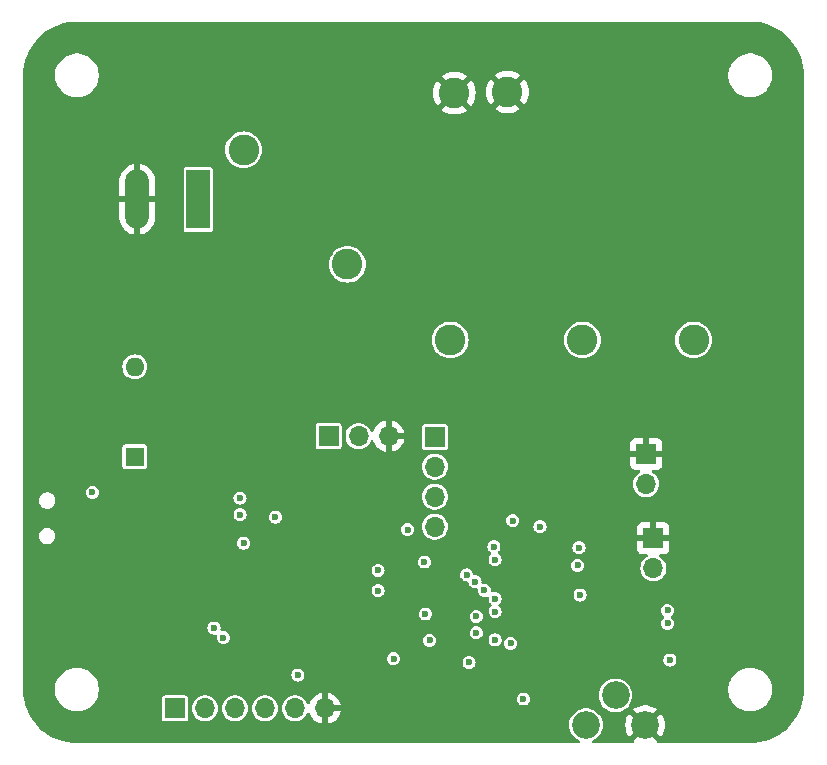
<source format=gbr>
%TF.GenerationSoftware,KiCad,Pcbnew,8.0.0*%
%TF.CreationDate,2024-03-06T15:24:16+01:00*%
%TF.ProjectId,EffectsPaddleBoard,45666665-6374-4735-9061-64646c65426f,rev?*%
%TF.SameCoordinates,Original*%
%TF.FileFunction,Copper,L2,Inr*%
%TF.FilePolarity,Positive*%
%FSLAX46Y46*%
G04 Gerber Fmt 4.6, Leading zero omitted, Abs format (unit mm)*
G04 Created by KiCad (PCBNEW 8.0.0) date 2024-03-06 15:24:16*
%MOMM*%
%LPD*%
G01*
G04 APERTURE LIST*
%TA.AperFunction,ComponentPad*%
%ADD10C,2.600000*%
%TD*%
%TA.AperFunction,ComponentPad*%
%ADD11R,1.600000X1.600000*%
%TD*%
%TA.AperFunction,ComponentPad*%
%ADD12O,1.600000X1.600000*%
%TD*%
%TA.AperFunction,ComponentPad*%
%ADD13R,1.700000X1.700000*%
%TD*%
%TA.AperFunction,ComponentPad*%
%ADD14O,1.700000X1.700000*%
%TD*%
%TA.AperFunction,ComponentPad*%
%ADD15C,2.340000*%
%TD*%
%TA.AperFunction,ComponentPad*%
%ADD16R,2.020000X5.020000*%
%TD*%
%TA.AperFunction,ComponentPad*%
%ADD17O,2.020000X5.020000*%
%TD*%
%TA.AperFunction,ViaPad*%
%ADD18C,0.600000*%
%TD*%
G04 APERTURE END LIST*
D10*
%TO.N,/Barreljack_in*%
%TO.C,TP5*%
X145100000Y-63300000D03*
%TD*%
D11*
%TO.N,+3.3V*%
%TO.C,SW4*%
X135900000Y-89300000D03*
D12*
%TO.N,Net-(R8-Pad2)*%
X135900000Y-81680000D03*
%TD*%
D10*
%TO.N,+3.3V*%
%TO.C,TP1*%
X162600000Y-79400000D03*
%TD*%
D13*
%TO.N,GND*%
%TO.C,J6*%
X179800000Y-96200000D03*
D14*
%TO.N,Net-(J6-Pin_2)*%
X179800000Y-98740000D03*
%TD*%
D13*
%TO.N,+3.3V*%
%TO.C,J2*%
X139300000Y-110600000D03*
D14*
%TO.N,ADC11*%
X141840000Y-110600000D03*
%TO.N,ADC12*%
X144380000Y-110600000D03*
%TO.N,ADC13*%
X146920000Y-110600000D03*
%TO.N,ADC14*%
X149460000Y-110600000D03*
%TO.N,GND*%
X152000000Y-110600000D03*
%TD*%
D13*
%TO.N,UART_RX*%
%TO.C,J1*%
X152300000Y-87550000D03*
D14*
%TO.N,UART_TX*%
X154840000Y-87550000D03*
%TO.N,GND*%
X157380000Y-87550000D03*
%TD*%
D10*
%TO.N,GND*%
%TO.C,TP3*%
X162950000Y-58500000D03*
%TD*%
D15*
%TO.N,/Codec/VolumeVDiv*%
%TO.C,RV1*%
X174100000Y-112000000D03*
%TO.N,/Codec/Volume*%
X176600000Y-109500000D03*
%TO.N,GND*%
X179100000Y-112000000D03*
%TD*%
D16*
%TO.N,/Barreljack_in*%
%TO.C,J3*%
X141280000Y-67500000D03*
D17*
%TO.N,GND*%
X136100000Y-67500000D03*
%TD*%
D13*
%TO.N,JTAG_TMS*%
%TO.C,J4*%
X161300000Y-87600000D03*
D14*
%TO.N,JTAG_TCK*%
X161300000Y-90140000D03*
%TO.N,JTAG_TDI*%
X161300000Y-92680000D03*
%TO.N,JTAG_TDO*%
X161300000Y-95220000D03*
%TD*%
D10*
%TO.N,+1V8*%
%TO.C,TP7*%
X173800000Y-79400000D03*
%TD*%
%TO.N,GND*%
%TO.C,TP4*%
X167450000Y-58400000D03*
%TD*%
D13*
%TO.N,GND*%
%TO.C,J5*%
X179200000Y-89060000D03*
D14*
%TO.N,/Codec/AudioOutBoard*%
X179200000Y-91600000D03*
%TD*%
D10*
%TO.N,+3.3VA*%
%TO.C,TP6*%
X183200000Y-79400000D03*
%TD*%
%TO.N,+5V*%
%TO.C,TP2*%
X153900000Y-73000000D03*
%TD*%
D18*
%TO.N,+3.3V*%
X160500000Y-102600000D03*
X132300000Y-92300000D03*
X159000000Y-95475000D03*
X149700000Y-107775000D03*
X145100000Y-96600000D03*
X166300000Y-96900000D03*
X147800000Y-94400000D03*
X160400000Y-98200000D03*
X157800000Y-106400000D03*
X143400000Y-104600000D03*
%TO.N,GND*%
X163600000Y-96600000D03*
X148000000Y-84400000D03*
X170300000Y-106900000D03*
X180000000Y-75800000D03*
X149000000Y-61600000D03*
X151700000Y-95900000D03*
X160900000Y-105700000D03*
X167900000Y-93500000D03*
X159400000Y-75800000D03*
X138600000Y-98300000D03*
X156000000Y-66000000D03*
X160200000Y-79400000D03*
X165700000Y-102800000D03*
X165700000Y-101900000D03*
X139800000Y-75000000D03*
X138600000Y-96300000D03*
X163400000Y-99800000D03*
X168800000Y-97500000D03*
X171050000Y-99900000D03*
X156500000Y-99700000D03*
X171050000Y-97500000D03*
X177200000Y-73600000D03*
X165200000Y-106600000D03*
X164800000Y-105100000D03*
X168800000Y-99900000D03*
X138600000Y-100300000D03*
X148600000Y-102300000D03*
X167200000Y-102800000D03*
X145500000Y-89000000D03*
X168800000Y-108900000D03*
X167800000Y-106100000D03*
X143900000Y-92800000D03*
X176000000Y-101500000D03*
X146000000Y-68000000D03*
X180800000Y-79400000D03*
X181000000Y-104200000D03*
X166000000Y-73600000D03*
X147800000Y-75000000D03*
X163000000Y-65500000D03*
X142000000Y-86000000D03*
X150400000Y-91700000D03*
X149200000Y-95800000D03*
X138600000Y-94800000D03*
X147000000Y-90600000D03*
X186800000Y-73600000D03*
X171400000Y-79400000D03*
X143500000Y-103800000D03*
X165000000Y-79400000D03*
X141500000Y-103800000D03*
X140800000Y-91100000D03*
X170600000Y-75800000D03*
X144000000Y-94200000D03*
X154200000Y-62200000D03*
X132100000Y-91300000D03*
X181400000Y-101600000D03*
X154500000Y-65900000D03*
X165600000Y-104800000D03*
X156500000Y-101400000D03*
X185600000Y-79400000D03*
X151000000Y-90000000D03*
X164500000Y-100700000D03*
X176200000Y-79400000D03*
X150900000Y-61400000D03*
%TO.N,+5V*%
X173500000Y-97000000D03*
X173400000Y-98500000D03*
%TO.N,+1V8*%
X166400000Y-98000000D03*
%TO.N,+3.3VA*%
X170200000Y-95200000D03*
X142600000Y-103800000D03*
X173600000Y-101000000D03*
X168800000Y-109800000D03*
%TO.N,I2C_SCL*%
X164800000Y-104200000D03*
X164800000Y-102800000D03*
%TO.N,I2S_ext_SD*%
X156500000Y-98900000D03*
X164000000Y-99300000D03*
%TO.N,I2S_SD*%
X164700000Y-99875000D03*
X156500000Y-100624997D03*
%TO.N,Codec_GPIO*%
X167705288Y-105087660D03*
X167900000Y-94700000D03*
%TO.N,I2S_CK*%
X164200000Y-106700000D03*
X166400000Y-101300000D03*
%TO.N,I2S_WS*%
X165500000Y-100600000D03*
X160866940Y-104833060D03*
%TO.N,I2S_MCK*%
X166400000Y-104800000D03*
X166400000Y-102400000D03*
%TO.N,Codec_Reset*%
X144800000Y-94200000D03*
X144800000Y-92800000D03*
%TO.N,Net-(C19-Pad2)*%
X181200000Y-106500000D03*
X181000000Y-102300000D03*
%TO.N,Net-(C30-Pad2)*%
X181000000Y-103400000D03*
%TD*%
%TA.AperFunction,Conductor*%
%TO.N,GND*%
G36*
X188002702Y-52448619D02*
G01*
X188391303Y-52465586D01*
X188402039Y-52466526D01*
X188784992Y-52516942D01*
X188795630Y-52518817D01*
X189172737Y-52602421D01*
X189183177Y-52605219D01*
X189551549Y-52721365D01*
X189561695Y-52725058D01*
X189918553Y-52872874D01*
X189928345Y-52877440D01*
X190270941Y-53055784D01*
X190280309Y-53061192D01*
X190606069Y-53268724D01*
X190614930Y-53274929D01*
X190921354Y-53510056D01*
X190929641Y-53517010D01*
X191214403Y-53777947D01*
X191222052Y-53785596D01*
X191482989Y-54070358D01*
X191489943Y-54078645D01*
X191725070Y-54385069D01*
X191731275Y-54393930D01*
X191938807Y-54719690D01*
X191944215Y-54729058D01*
X192122556Y-55071648D01*
X192127128Y-55081452D01*
X192274937Y-55438294D01*
X192278637Y-55448460D01*
X192394779Y-55816818D01*
X192397579Y-55827266D01*
X192481180Y-56204361D01*
X192483058Y-56215015D01*
X192533471Y-56597940D01*
X192534414Y-56608717D01*
X192551378Y-56997288D01*
X192551496Y-57002701D01*
X192549502Y-108934549D01*
X192549500Y-108934595D01*
X192549500Y-108997293D01*
X192549382Y-109002702D01*
X192532424Y-109391108D01*
X192531481Y-109401884D01*
X192481090Y-109784639D01*
X192479212Y-109795292D01*
X192395651Y-110172213D01*
X192392851Y-110182663D01*
X192276760Y-110550856D01*
X192273060Y-110561021D01*
X192125317Y-110917703D01*
X192120745Y-110927507D01*
X191942481Y-111269951D01*
X191937072Y-111279319D01*
X191729643Y-111604915D01*
X191723439Y-111613776D01*
X191488412Y-111920069D01*
X191481458Y-111928356D01*
X191220639Y-112212990D01*
X191212990Y-112220639D01*
X190928356Y-112481458D01*
X190920069Y-112488412D01*
X190613776Y-112723439D01*
X190604915Y-112729643D01*
X190279319Y-112937072D01*
X190269951Y-112942481D01*
X189927507Y-113120745D01*
X189917703Y-113125317D01*
X189561021Y-113273060D01*
X189550856Y-113276760D01*
X189182663Y-113392851D01*
X189172213Y-113395651D01*
X188795292Y-113479212D01*
X188784639Y-113481090D01*
X188401884Y-113531481D01*
X188391108Y-113532424D01*
X188002703Y-113549382D01*
X187997294Y-113549500D01*
X180193864Y-113549500D01*
X180126825Y-113529815D01*
X180081070Y-113477011D01*
X180071126Y-113407853D01*
X180089485Y-113367651D01*
X180091595Y-113345148D01*
X179347489Y-112601041D01*
X179407890Y-112576022D01*
X179514351Y-112504888D01*
X179604888Y-112414351D01*
X179676022Y-112307890D01*
X179701041Y-112247488D01*
X180445197Y-112991645D01*
X180445198Y-112991644D01*
X180483690Y-112943379D01*
X180608836Y-112726618D01*
X180700279Y-112493626D01*
X180700285Y-112493607D01*
X180755978Y-112249599D01*
X180755978Y-112249597D01*
X180774683Y-112000004D01*
X180774683Y-111999995D01*
X180755978Y-111750402D01*
X180755978Y-111750400D01*
X180700285Y-111506392D01*
X180700279Y-111506373D01*
X180608836Y-111273381D01*
X180483688Y-111056618D01*
X180483681Y-111056607D01*
X180445199Y-111008354D01*
X180445198Y-111008353D01*
X179701041Y-111752510D01*
X179676022Y-111692110D01*
X179604888Y-111585649D01*
X179514351Y-111495112D01*
X179407890Y-111423978D01*
X179347488Y-111398958D01*
X180091595Y-110654850D01*
X179937335Y-110549678D01*
X179937334Y-110549677D01*
X179711832Y-110441083D01*
X179711834Y-110441083D01*
X179472653Y-110367305D01*
X179472647Y-110367303D01*
X179225156Y-110330000D01*
X178974843Y-110330000D01*
X178727352Y-110367303D01*
X178727346Y-110367305D01*
X178488166Y-110441083D01*
X178262664Y-110549679D01*
X178262651Y-110549686D01*
X178108403Y-110654849D01*
X178852512Y-111398958D01*
X178792110Y-111423978D01*
X178685649Y-111495112D01*
X178595112Y-111585649D01*
X178523978Y-111692110D01*
X178498958Y-111752512D01*
X177754800Y-111008354D01*
X177716311Y-111056617D01*
X177591163Y-111273381D01*
X177499720Y-111506373D01*
X177499714Y-111506392D01*
X177444021Y-111750400D01*
X177444021Y-111750402D01*
X177425317Y-111999995D01*
X177425317Y-112000004D01*
X177444021Y-112249597D01*
X177444021Y-112249599D01*
X177499714Y-112493607D01*
X177499720Y-112493626D01*
X177591163Y-112726618D01*
X177716311Y-112943381D01*
X177716318Y-112943392D01*
X177754799Y-112991645D01*
X177754800Y-112991645D01*
X178498958Y-112247487D01*
X178523978Y-112307890D01*
X178595112Y-112414351D01*
X178685649Y-112504888D01*
X178792110Y-112576022D01*
X178852511Y-112601041D01*
X178108403Y-113345148D01*
X178110249Y-113364834D01*
X178120287Y-113377076D01*
X178128345Y-113446480D01*
X178097602Y-113509222D01*
X178037818Y-113545384D01*
X178006133Y-113549500D01*
X174704366Y-113549500D01*
X174637327Y-113529815D01*
X174591572Y-113477011D01*
X174581628Y-113407853D01*
X174610653Y-113344297D01*
X174664103Y-113308219D01*
X174666771Y-113307302D01*
X174672564Y-113305314D01*
X174879602Y-113193270D01*
X175065375Y-113048677D01*
X175224816Y-112875479D01*
X175353574Y-112678400D01*
X175448138Y-112462816D01*
X175505928Y-112234608D01*
X175525368Y-112000000D01*
X175520063Y-111935981D01*
X175512408Y-111843594D01*
X175505928Y-111765392D01*
X175448138Y-111537184D01*
X175353574Y-111321600D01*
X175325950Y-111279319D01*
X175262252Y-111181821D01*
X175224816Y-111124521D01*
X175224813Y-111124518D01*
X175224809Y-111124512D01*
X175065378Y-110951326D01*
X175065375Y-110951323D01*
X174975989Y-110881751D01*
X174879602Y-110806730D01*
X174879600Y-110806729D01*
X174879599Y-110806728D01*
X174672564Y-110694686D01*
X174672556Y-110694683D01*
X174449909Y-110618248D01*
X174295106Y-110592416D01*
X174217706Y-110579500D01*
X173982294Y-110579500D01*
X173924243Y-110589187D01*
X173750090Y-110618248D01*
X173527443Y-110694683D01*
X173527435Y-110694686D01*
X173320400Y-110806728D01*
X173134624Y-110951323D01*
X173134621Y-110951326D01*
X172975190Y-111124512D01*
X172975182Y-111124523D01*
X172846426Y-111321598D01*
X172751862Y-111537183D01*
X172694071Y-111765395D01*
X172674632Y-111999994D01*
X172674632Y-112000005D01*
X172694071Y-112234604D01*
X172751862Y-112462816D01*
X172846426Y-112678401D01*
X172975182Y-112875476D01*
X172975190Y-112875487D01*
X173134621Y-113048673D01*
X173134625Y-113048677D01*
X173320398Y-113193270D01*
X173527436Y-113305314D01*
X173532002Y-113306881D01*
X173535897Y-113308219D01*
X173592912Y-113348604D01*
X173619043Y-113413404D01*
X173605992Y-113482044D01*
X173557903Y-113532731D01*
X173495634Y-113549500D01*
X131002706Y-113549500D01*
X130997297Y-113549382D01*
X130608891Y-113532424D01*
X130598115Y-113531481D01*
X130215360Y-113481090D01*
X130204707Y-113479212D01*
X129827786Y-113395651D01*
X129817336Y-113392851D01*
X129449143Y-113276760D01*
X129438978Y-113273060D01*
X129082296Y-113125317D01*
X129072492Y-113120745D01*
X128824490Y-112991644D01*
X128730042Y-112942477D01*
X128720687Y-112937076D01*
X128557882Y-112833357D01*
X128395084Y-112729643D01*
X128386223Y-112723439D01*
X128079930Y-112488412D01*
X128071643Y-112481458D01*
X127787009Y-112220639D01*
X127779360Y-112212990D01*
X127518541Y-111928356D01*
X127511587Y-111920069D01*
X127276560Y-111613776D01*
X127270356Y-111604915D01*
X127227206Y-111537183D01*
X127187386Y-111474678D01*
X138199500Y-111474678D01*
X138214032Y-111547735D01*
X138214033Y-111547739D01*
X138214034Y-111547740D01*
X138269399Y-111630601D01*
X138352260Y-111685966D01*
X138352264Y-111685967D01*
X138425321Y-111700499D01*
X138425324Y-111700500D01*
X138425326Y-111700500D01*
X140174676Y-111700500D01*
X140174677Y-111700499D01*
X140247740Y-111685966D01*
X140330601Y-111630601D01*
X140385966Y-111547740D01*
X140400500Y-111474674D01*
X140400500Y-110600000D01*
X140734785Y-110600000D01*
X140753602Y-110803082D01*
X140809417Y-110999247D01*
X140809422Y-110999260D01*
X140900327Y-111181821D01*
X141023237Y-111344581D01*
X141173958Y-111481980D01*
X141173960Y-111481982D01*
X141213384Y-111506392D01*
X141347363Y-111589348D01*
X141537544Y-111663024D01*
X141738024Y-111700500D01*
X141738026Y-111700500D01*
X141941974Y-111700500D01*
X141941976Y-111700500D01*
X142142456Y-111663024D01*
X142332637Y-111589348D01*
X142506041Y-111481981D01*
X142634122Y-111365219D01*
X142656762Y-111344581D01*
X142656764Y-111344579D01*
X142779673Y-111181821D01*
X142870582Y-110999250D01*
X142926397Y-110803083D01*
X142945215Y-110600000D01*
X143274785Y-110600000D01*
X143293602Y-110803082D01*
X143349417Y-110999247D01*
X143349422Y-110999260D01*
X143440327Y-111181821D01*
X143563237Y-111344581D01*
X143713958Y-111481980D01*
X143713960Y-111481982D01*
X143753384Y-111506392D01*
X143887363Y-111589348D01*
X144077544Y-111663024D01*
X144278024Y-111700500D01*
X144278026Y-111700500D01*
X144481974Y-111700500D01*
X144481976Y-111700500D01*
X144682456Y-111663024D01*
X144872637Y-111589348D01*
X145046041Y-111481981D01*
X145174122Y-111365219D01*
X145196762Y-111344581D01*
X145196764Y-111344579D01*
X145319673Y-111181821D01*
X145410582Y-110999250D01*
X145466397Y-110803083D01*
X145485215Y-110600000D01*
X145814785Y-110600000D01*
X145833602Y-110803082D01*
X145889417Y-110999247D01*
X145889422Y-110999260D01*
X145980327Y-111181821D01*
X146103237Y-111344581D01*
X146253958Y-111481980D01*
X146253960Y-111481982D01*
X146293384Y-111506392D01*
X146427363Y-111589348D01*
X146617544Y-111663024D01*
X146818024Y-111700500D01*
X146818026Y-111700500D01*
X147021974Y-111700500D01*
X147021976Y-111700500D01*
X147222456Y-111663024D01*
X147412637Y-111589348D01*
X147586041Y-111481981D01*
X147714122Y-111365219D01*
X147736762Y-111344581D01*
X147736764Y-111344579D01*
X147859673Y-111181821D01*
X147950582Y-110999250D01*
X148006397Y-110803083D01*
X148025215Y-110600000D01*
X148354785Y-110600000D01*
X148373602Y-110803082D01*
X148429417Y-110999247D01*
X148429422Y-110999260D01*
X148520327Y-111181821D01*
X148643237Y-111344581D01*
X148793958Y-111481980D01*
X148793960Y-111481982D01*
X148833384Y-111506392D01*
X148967363Y-111589348D01*
X149157544Y-111663024D01*
X149358024Y-111700500D01*
X149358026Y-111700500D01*
X149561974Y-111700500D01*
X149561976Y-111700500D01*
X149762456Y-111663024D01*
X149952637Y-111589348D01*
X150126041Y-111481981D01*
X150254122Y-111365219D01*
X150276762Y-111344581D01*
X150276764Y-111344579D01*
X150399673Y-111181821D01*
X150486049Y-111008354D01*
X150486817Y-111006812D01*
X150534319Y-110955575D01*
X150601982Y-110938153D01*
X150668323Y-110960078D01*
X150712278Y-111014389D01*
X150717592Y-111029989D01*
X150726567Y-111063485D01*
X150726570Y-111063492D01*
X150826399Y-111277578D01*
X150961894Y-111471082D01*
X151128917Y-111638105D01*
X151322421Y-111773600D01*
X151536507Y-111873429D01*
X151536516Y-111873433D01*
X151750000Y-111930634D01*
X151750000Y-111033012D01*
X151807007Y-111065925D01*
X151934174Y-111100000D01*
X152065826Y-111100000D01*
X152192993Y-111065925D01*
X152250000Y-111033012D01*
X152250000Y-111930633D01*
X152463483Y-111873433D01*
X152463492Y-111873429D01*
X152677578Y-111773600D01*
X152871082Y-111638105D01*
X153038105Y-111471082D01*
X153173600Y-111277578D01*
X153273429Y-111063492D01*
X153273432Y-111063486D01*
X153330636Y-110850000D01*
X152433012Y-110850000D01*
X152465925Y-110792993D01*
X152500000Y-110665826D01*
X152500000Y-110534174D01*
X152465925Y-110407007D01*
X152433012Y-110350000D01*
X153330636Y-110350000D01*
X153330635Y-110349999D01*
X153273432Y-110136513D01*
X153273429Y-110136507D01*
X153173600Y-109922422D01*
X153173599Y-109922420D01*
X153087880Y-109800000D01*
X168244750Y-109800000D01*
X168260867Y-109922422D01*
X168263670Y-109943708D01*
X168263671Y-109943712D01*
X168319137Y-110077622D01*
X168319138Y-110077624D01*
X168319139Y-110077625D01*
X168407379Y-110192621D01*
X168522375Y-110280861D01*
X168656291Y-110336330D01*
X168783280Y-110353048D01*
X168799999Y-110355250D01*
X168800000Y-110355250D01*
X168800001Y-110355250D01*
X168814977Y-110353278D01*
X168943709Y-110336330D01*
X169077625Y-110280861D01*
X169192621Y-110192621D01*
X169280861Y-110077625D01*
X169336330Y-109943709D01*
X169355250Y-109800000D01*
X169336330Y-109656291D01*
X169280861Y-109522375D01*
X169263696Y-109500005D01*
X175174632Y-109500005D01*
X175194071Y-109734604D01*
X175251862Y-109962816D01*
X175346426Y-110178401D01*
X175475182Y-110375476D01*
X175475190Y-110375487D01*
X175628419Y-110541936D01*
X175634625Y-110548677D01*
X175820398Y-110693270D01*
X176027436Y-110805314D01*
X176250093Y-110881752D01*
X176482294Y-110920500D01*
X176482295Y-110920500D01*
X176717705Y-110920500D01*
X176717706Y-110920500D01*
X176949907Y-110881752D01*
X177172564Y-110805314D01*
X177379602Y-110693270D01*
X177565375Y-110548677D01*
X177724816Y-110375479D01*
X177853574Y-110178400D01*
X177948138Y-109962816D01*
X178005928Y-109734608D01*
X178017405Y-109596100D01*
X178025368Y-109500005D01*
X178025368Y-109499994D01*
X178010997Y-109326567D01*
X178005928Y-109265392D01*
X177969436Y-109121288D01*
X186149500Y-109121288D01*
X186181161Y-109361785D01*
X186243947Y-109596104D01*
X186328404Y-109800000D01*
X186336776Y-109820212D01*
X186458064Y-110030289D01*
X186458066Y-110030292D01*
X186458067Y-110030293D01*
X186605733Y-110222736D01*
X186605739Y-110222743D01*
X186777256Y-110394260D01*
X186777263Y-110394266D01*
X186890321Y-110481018D01*
X186969711Y-110541936D01*
X187179788Y-110663224D01*
X187403900Y-110756054D01*
X187638211Y-110818838D01*
X187818586Y-110842584D01*
X187878711Y-110850500D01*
X187878712Y-110850500D01*
X188121289Y-110850500D01*
X188169388Y-110844167D01*
X188361789Y-110818838D01*
X188596100Y-110756054D01*
X188820212Y-110663224D01*
X189030289Y-110541936D01*
X189222738Y-110394265D01*
X189394265Y-110222738D01*
X189541936Y-110030289D01*
X189663224Y-109820212D01*
X189756054Y-109596100D01*
X189818838Y-109361789D01*
X189850500Y-109121288D01*
X189850500Y-108878712D01*
X189818838Y-108638211D01*
X189756054Y-108403900D01*
X189663224Y-108179788D01*
X189541936Y-107969711D01*
X189394265Y-107777262D01*
X189394260Y-107777256D01*
X189222743Y-107605739D01*
X189222736Y-107605733D01*
X189030293Y-107458067D01*
X189030292Y-107458066D01*
X189030289Y-107458064D01*
X188820212Y-107336776D01*
X188820205Y-107336773D01*
X188596104Y-107243947D01*
X188361785Y-107181161D01*
X188121289Y-107149500D01*
X188121288Y-107149500D01*
X187878712Y-107149500D01*
X187878711Y-107149500D01*
X187638214Y-107181161D01*
X187403895Y-107243947D01*
X187179794Y-107336773D01*
X187179785Y-107336777D01*
X186969706Y-107458067D01*
X186777263Y-107605733D01*
X186777256Y-107605739D01*
X186605739Y-107777256D01*
X186605733Y-107777263D01*
X186458067Y-107969706D01*
X186336777Y-108179785D01*
X186336773Y-108179794D01*
X186243947Y-108403895D01*
X186181161Y-108638214D01*
X186149500Y-108878711D01*
X186149500Y-109121288D01*
X177969436Y-109121288D01*
X177948138Y-109037184D01*
X177853574Y-108821600D01*
X177724816Y-108624521D01*
X177724813Y-108624518D01*
X177724809Y-108624512D01*
X177565378Y-108451326D01*
X177565375Y-108451323D01*
X177504446Y-108403900D01*
X177379602Y-108306730D01*
X177379600Y-108306729D01*
X177379599Y-108306728D01*
X177172564Y-108194686D01*
X177172556Y-108194683D01*
X176949909Y-108118248D01*
X176795106Y-108092416D01*
X176717706Y-108079500D01*
X176482294Y-108079500D01*
X176424243Y-108089187D01*
X176250090Y-108118248D01*
X176027443Y-108194683D01*
X176027435Y-108194686D01*
X175820400Y-108306728D01*
X175634624Y-108451323D01*
X175634621Y-108451326D01*
X175475190Y-108624512D01*
X175475182Y-108624523D01*
X175346426Y-108821598D01*
X175251862Y-109037183D01*
X175194071Y-109265395D01*
X175174632Y-109499994D01*
X175174632Y-109500005D01*
X169263696Y-109500005D01*
X169192621Y-109407379D01*
X169077625Y-109319139D01*
X169077624Y-109319138D01*
X169077622Y-109319137D01*
X168943712Y-109263671D01*
X168943710Y-109263670D01*
X168943709Y-109263670D01*
X168871854Y-109254210D01*
X168800001Y-109244750D01*
X168799999Y-109244750D01*
X168656291Y-109263670D01*
X168656287Y-109263671D01*
X168522377Y-109319137D01*
X168407379Y-109407379D01*
X168319137Y-109522377D01*
X168263671Y-109656287D01*
X168263670Y-109656291D01*
X168244750Y-109800000D01*
X153087880Y-109800000D01*
X153038113Y-109728926D01*
X153038108Y-109728920D01*
X152871082Y-109561894D01*
X152677578Y-109426399D01*
X152463492Y-109326570D01*
X152463486Y-109326567D01*
X152250000Y-109269364D01*
X152250000Y-110166988D01*
X152192993Y-110134075D01*
X152065826Y-110100000D01*
X151934174Y-110100000D01*
X151807007Y-110134075D01*
X151750000Y-110166988D01*
X151750000Y-109269364D01*
X151749999Y-109269364D01*
X151536513Y-109326567D01*
X151536507Y-109326570D01*
X151322422Y-109426399D01*
X151322420Y-109426400D01*
X151128926Y-109561886D01*
X151128920Y-109561891D01*
X150961891Y-109728920D01*
X150961886Y-109728926D01*
X150826400Y-109922420D01*
X150826399Y-109922422D01*
X150726570Y-110136507D01*
X150726568Y-110136511D01*
X150717592Y-110170011D01*
X150681226Y-110229671D01*
X150618379Y-110260199D01*
X150549003Y-110251904D01*
X150495126Y-110207418D01*
X150486817Y-110193188D01*
X150405703Y-110030289D01*
X150399673Y-110018179D01*
X150276764Y-109855421D01*
X150276762Y-109855418D01*
X150126041Y-109718019D01*
X150126039Y-109718017D01*
X149952642Y-109610655D01*
X149952635Y-109610651D01*
X149826769Y-109561891D01*
X149762456Y-109536976D01*
X149561976Y-109499500D01*
X149358024Y-109499500D01*
X149157544Y-109536976D01*
X149157541Y-109536976D01*
X149157541Y-109536977D01*
X148967364Y-109610651D01*
X148967357Y-109610655D01*
X148793960Y-109718017D01*
X148793958Y-109718019D01*
X148643237Y-109855418D01*
X148520327Y-110018178D01*
X148429422Y-110200739D01*
X148429417Y-110200752D01*
X148373602Y-110396917D01*
X148354785Y-110599999D01*
X148354785Y-110600000D01*
X148025215Y-110600000D01*
X148023315Y-110579500D01*
X148006397Y-110396917D01*
X148000296Y-110375476D01*
X147950582Y-110200750D01*
X147950159Y-110199901D01*
X147865703Y-110030289D01*
X147859673Y-110018179D01*
X147736764Y-109855421D01*
X147736762Y-109855418D01*
X147586041Y-109718019D01*
X147586039Y-109718017D01*
X147412642Y-109610655D01*
X147412635Y-109610651D01*
X147286769Y-109561891D01*
X147222456Y-109536976D01*
X147021976Y-109499500D01*
X146818024Y-109499500D01*
X146617544Y-109536976D01*
X146617541Y-109536976D01*
X146617541Y-109536977D01*
X146427364Y-109610651D01*
X146427357Y-109610655D01*
X146253960Y-109718017D01*
X146253958Y-109718019D01*
X146103237Y-109855418D01*
X145980327Y-110018178D01*
X145889422Y-110200739D01*
X145889417Y-110200752D01*
X145833602Y-110396917D01*
X145814785Y-110599999D01*
X145814785Y-110600000D01*
X145485215Y-110600000D01*
X145483315Y-110579500D01*
X145466397Y-110396917D01*
X145460296Y-110375476D01*
X145410582Y-110200750D01*
X145410159Y-110199901D01*
X145325703Y-110030289D01*
X145319673Y-110018179D01*
X145196764Y-109855421D01*
X145196762Y-109855418D01*
X145046041Y-109718019D01*
X145046039Y-109718017D01*
X144872642Y-109610655D01*
X144872635Y-109610651D01*
X144746769Y-109561891D01*
X144682456Y-109536976D01*
X144481976Y-109499500D01*
X144278024Y-109499500D01*
X144077544Y-109536976D01*
X144077541Y-109536976D01*
X144077541Y-109536977D01*
X143887364Y-109610651D01*
X143887357Y-109610655D01*
X143713960Y-109718017D01*
X143713958Y-109718019D01*
X143563237Y-109855418D01*
X143440327Y-110018178D01*
X143349422Y-110200739D01*
X143349417Y-110200752D01*
X143293602Y-110396917D01*
X143274785Y-110599999D01*
X143274785Y-110600000D01*
X142945215Y-110600000D01*
X142943315Y-110579500D01*
X142926397Y-110396917D01*
X142920296Y-110375476D01*
X142870582Y-110200750D01*
X142870159Y-110199901D01*
X142785703Y-110030289D01*
X142779673Y-110018179D01*
X142656764Y-109855421D01*
X142656762Y-109855418D01*
X142506041Y-109718019D01*
X142506039Y-109718017D01*
X142332642Y-109610655D01*
X142332635Y-109610651D01*
X142206769Y-109561891D01*
X142142456Y-109536976D01*
X141941976Y-109499500D01*
X141738024Y-109499500D01*
X141537544Y-109536976D01*
X141537541Y-109536976D01*
X141537541Y-109536977D01*
X141347364Y-109610651D01*
X141347357Y-109610655D01*
X141173960Y-109718017D01*
X141173958Y-109718019D01*
X141023237Y-109855418D01*
X140900327Y-110018178D01*
X140809422Y-110200739D01*
X140809417Y-110200752D01*
X140753602Y-110396917D01*
X140734785Y-110599999D01*
X140734785Y-110600000D01*
X140400500Y-110600000D01*
X140400500Y-109725326D01*
X140400500Y-109725323D01*
X140400499Y-109725321D01*
X140385967Y-109652264D01*
X140385966Y-109652260D01*
X140330601Y-109569399D01*
X140275235Y-109532405D01*
X140247739Y-109514033D01*
X140247735Y-109514032D01*
X140174677Y-109499500D01*
X140174674Y-109499500D01*
X138425326Y-109499500D01*
X138425323Y-109499500D01*
X138352264Y-109514032D01*
X138352260Y-109514033D01*
X138269399Y-109569399D01*
X138214033Y-109652260D01*
X138214032Y-109652264D01*
X138199500Y-109725321D01*
X138199500Y-111474678D01*
X127187386Y-111474678D01*
X127062919Y-111279305D01*
X127057526Y-111269965D01*
X126879251Y-110927501D01*
X126874682Y-110917703D01*
X126846638Y-110850000D01*
X126726938Y-110561019D01*
X126723239Y-110550856D01*
X126607143Y-110182645D01*
X126604351Y-110172225D01*
X126520784Y-109795280D01*
X126518911Y-109784653D01*
X126468516Y-109401864D01*
X126467576Y-109391127D01*
X126455795Y-109121288D01*
X129149500Y-109121288D01*
X129181161Y-109361785D01*
X129243947Y-109596104D01*
X129328404Y-109800000D01*
X129336776Y-109820212D01*
X129458064Y-110030289D01*
X129458066Y-110030292D01*
X129458067Y-110030293D01*
X129605733Y-110222736D01*
X129605739Y-110222743D01*
X129777256Y-110394260D01*
X129777263Y-110394266D01*
X129890321Y-110481018D01*
X129969711Y-110541936D01*
X130179788Y-110663224D01*
X130403900Y-110756054D01*
X130638211Y-110818838D01*
X130818586Y-110842584D01*
X130878711Y-110850500D01*
X130878712Y-110850500D01*
X131121289Y-110850500D01*
X131169388Y-110844167D01*
X131361789Y-110818838D01*
X131596100Y-110756054D01*
X131820212Y-110663224D01*
X132030289Y-110541936D01*
X132222738Y-110394265D01*
X132394265Y-110222738D01*
X132541936Y-110030289D01*
X132663224Y-109820212D01*
X132756054Y-109596100D01*
X132818838Y-109361789D01*
X132850500Y-109121288D01*
X132850500Y-108878712D01*
X132818838Y-108638211D01*
X132756054Y-108403900D01*
X132663224Y-108179788D01*
X132541936Y-107969711D01*
X132394265Y-107777262D01*
X132394260Y-107777256D01*
X132392004Y-107775000D01*
X149144750Y-107775000D01*
X149163670Y-107918708D01*
X149163671Y-107918712D01*
X149219137Y-108052622D01*
X149219138Y-108052624D01*
X149219139Y-108052625D01*
X149307379Y-108167621D01*
X149422375Y-108255861D01*
X149556291Y-108311330D01*
X149683280Y-108328048D01*
X149699999Y-108330250D01*
X149700000Y-108330250D01*
X149700001Y-108330250D01*
X149714977Y-108328278D01*
X149843709Y-108311330D01*
X149977625Y-108255861D01*
X150092621Y-108167621D01*
X150180861Y-108052625D01*
X150236330Y-107918709D01*
X150255250Y-107775000D01*
X150236330Y-107631291D01*
X150180861Y-107497375D01*
X150092621Y-107382379D01*
X149977625Y-107294139D01*
X149977624Y-107294138D01*
X149977622Y-107294137D01*
X149843712Y-107238671D01*
X149843710Y-107238670D01*
X149843709Y-107238670D01*
X149771854Y-107229210D01*
X149700001Y-107219750D01*
X149699999Y-107219750D01*
X149556291Y-107238670D01*
X149556287Y-107238671D01*
X149422377Y-107294137D01*
X149307379Y-107382379D01*
X149219137Y-107497377D01*
X149163671Y-107631287D01*
X149163670Y-107631291D01*
X149144750Y-107774999D01*
X149144750Y-107775000D01*
X132392004Y-107775000D01*
X132222743Y-107605739D01*
X132222736Y-107605733D01*
X132030293Y-107458067D01*
X132030292Y-107458066D01*
X132030289Y-107458064D01*
X131820212Y-107336776D01*
X131820205Y-107336773D01*
X131596104Y-107243947D01*
X131361785Y-107181161D01*
X131121289Y-107149500D01*
X131121288Y-107149500D01*
X130878712Y-107149500D01*
X130878711Y-107149500D01*
X130638214Y-107181161D01*
X130403895Y-107243947D01*
X130179794Y-107336773D01*
X130179785Y-107336777D01*
X129969706Y-107458067D01*
X129777263Y-107605733D01*
X129777256Y-107605739D01*
X129605739Y-107777256D01*
X129605733Y-107777263D01*
X129458067Y-107969706D01*
X129336777Y-108179785D01*
X129336773Y-108179794D01*
X129243947Y-108403895D01*
X129181161Y-108638214D01*
X129149500Y-108878711D01*
X129149500Y-109121288D01*
X126455795Y-109121288D01*
X126450617Y-109002701D01*
X126450500Y-108997291D01*
X126450502Y-108940681D01*
X126450599Y-106400000D01*
X157244750Y-106400000D01*
X157257915Y-106500000D01*
X157263670Y-106543708D01*
X157263671Y-106543712D01*
X157319137Y-106677622D01*
X157319138Y-106677624D01*
X157319139Y-106677625D01*
X157407379Y-106792621D01*
X157522375Y-106880861D01*
X157522376Y-106880861D01*
X157522377Y-106880862D01*
X157567013Y-106899350D01*
X157656291Y-106936330D01*
X157783280Y-106953048D01*
X157799999Y-106955250D01*
X157800000Y-106955250D01*
X157800001Y-106955250D01*
X157814977Y-106953278D01*
X157943709Y-106936330D01*
X158077625Y-106880861D01*
X158192621Y-106792621D01*
X158263692Y-106700000D01*
X163644750Y-106700000D01*
X163663670Y-106843708D01*
X163663671Y-106843712D01*
X163719137Y-106977622D01*
X163719138Y-106977624D01*
X163719139Y-106977625D01*
X163807379Y-107092621D01*
X163922375Y-107180861D01*
X163922376Y-107180861D01*
X163922377Y-107180862D01*
X163967013Y-107199350D01*
X164056291Y-107236330D01*
X164183280Y-107253048D01*
X164199999Y-107255250D01*
X164200000Y-107255250D01*
X164200001Y-107255250D01*
X164214977Y-107253278D01*
X164343709Y-107236330D01*
X164477625Y-107180861D01*
X164592621Y-107092621D01*
X164680861Y-106977625D01*
X164736330Y-106843709D01*
X164755250Y-106700000D01*
X164736330Y-106556291D01*
X164713014Y-106500000D01*
X180644750Y-106500000D01*
X180652160Y-106556287D01*
X180663670Y-106643708D01*
X180663671Y-106643712D01*
X180719137Y-106777622D01*
X180719138Y-106777624D01*
X180719139Y-106777625D01*
X180807379Y-106892621D01*
X180922375Y-106980861D01*
X181056291Y-107036330D01*
X181183280Y-107053048D01*
X181199999Y-107055250D01*
X181200000Y-107055250D01*
X181200001Y-107055250D01*
X181214977Y-107053278D01*
X181343709Y-107036330D01*
X181477625Y-106980861D01*
X181592621Y-106892621D01*
X181680861Y-106777625D01*
X181736330Y-106643709D01*
X181755250Y-106500000D01*
X181736330Y-106356291D01*
X181680861Y-106222375D01*
X181592621Y-106107379D01*
X181477625Y-106019139D01*
X181477624Y-106019138D01*
X181477622Y-106019137D01*
X181343712Y-105963671D01*
X181343710Y-105963670D01*
X181343709Y-105963670D01*
X181271854Y-105954210D01*
X181200001Y-105944750D01*
X181199999Y-105944750D01*
X181056291Y-105963670D01*
X181056287Y-105963671D01*
X180922377Y-106019137D01*
X180807379Y-106107379D01*
X180719137Y-106222377D01*
X180663671Y-106356287D01*
X180663670Y-106356291D01*
X180644750Y-106500000D01*
X164713014Y-106500000D01*
X164680861Y-106422375D01*
X164592621Y-106307379D01*
X164477625Y-106219139D01*
X164477624Y-106219138D01*
X164477622Y-106219137D01*
X164343712Y-106163671D01*
X164343710Y-106163670D01*
X164343709Y-106163670D01*
X164271854Y-106154210D01*
X164200001Y-106144750D01*
X164199999Y-106144750D01*
X164056291Y-106163670D01*
X164056287Y-106163671D01*
X163922377Y-106219137D01*
X163807379Y-106307379D01*
X163719137Y-106422377D01*
X163663671Y-106556287D01*
X163663670Y-106556291D01*
X163644750Y-106699999D01*
X163644750Y-106700000D01*
X158263692Y-106700000D01*
X158280861Y-106677625D01*
X158336330Y-106543709D01*
X158355250Y-106400000D01*
X158336330Y-106256291D01*
X158280861Y-106122375D01*
X158192621Y-106007379D01*
X158077625Y-105919139D01*
X158077624Y-105919138D01*
X158077622Y-105919137D01*
X157943712Y-105863671D01*
X157943710Y-105863670D01*
X157943709Y-105863670D01*
X157871854Y-105854210D01*
X157800001Y-105844750D01*
X157799999Y-105844750D01*
X157656291Y-105863670D01*
X157656287Y-105863671D01*
X157522377Y-105919137D01*
X157407379Y-106007379D01*
X157319137Y-106122377D01*
X157263671Y-106256287D01*
X157263670Y-106256291D01*
X157250505Y-106356291D01*
X157244750Y-106400000D01*
X126450599Y-106400000D01*
X126450699Y-103800000D01*
X142044750Y-103800000D01*
X142062698Y-103936329D01*
X142063670Y-103943708D01*
X142063671Y-103943712D01*
X142119137Y-104077622D01*
X142119138Y-104077624D01*
X142119139Y-104077625D01*
X142207379Y-104192621D01*
X142322375Y-104280861D01*
X142456291Y-104336330D01*
X142576811Y-104352197D01*
X142599999Y-104355250D01*
X142600000Y-104355250D01*
X142600001Y-104355250D01*
X142623189Y-104352197D01*
X142721641Y-104339235D01*
X142790674Y-104350000D01*
X142842930Y-104396380D01*
X142861816Y-104463649D01*
X142860764Y-104478359D01*
X142845721Y-104592621D01*
X142844750Y-104600000D01*
X142862698Y-104736329D01*
X142863670Y-104743708D01*
X142863671Y-104743712D01*
X142919137Y-104877622D01*
X142919138Y-104877624D01*
X142919139Y-104877625D01*
X143007379Y-104992621D01*
X143122375Y-105080861D01*
X143256291Y-105136330D01*
X143383280Y-105153048D01*
X143399999Y-105155250D01*
X143400000Y-105155250D01*
X143400001Y-105155250D01*
X143414977Y-105153278D01*
X143543709Y-105136330D01*
X143677625Y-105080861D01*
X143792621Y-104992621D01*
X143880861Y-104877625D01*
X143899320Y-104833060D01*
X160311690Y-104833060D01*
X160326257Y-104943709D01*
X160330610Y-104976768D01*
X160330611Y-104976772D01*
X160386077Y-105110682D01*
X160386078Y-105110684D01*
X160386079Y-105110685D01*
X160474319Y-105225681D01*
X160589315Y-105313921D01*
X160723231Y-105369390D01*
X160850220Y-105386108D01*
X160866939Y-105388310D01*
X160866940Y-105388310D01*
X160866941Y-105388310D01*
X160881917Y-105386338D01*
X161010649Y-105369390D01*
X161144565Y-105313921D01*
X161259561Y-105225681D01*
X161347801Y-105110685D01*
X161403270Y-104976769D01*
X161422190Y-104833060D01*
X161417837Y-104800000D01*
X165844750Y-104800000D01*
X165863670Y-104943708D01*
X165863671Y-104943712D01*
X165919137Y-105077622D01*
X165919138Y-105077623D01*
X165919139Y-105077625D01*
X166007379Y-105192621D01*
X166122375Y-105280861D01*
X166256291Y-105336330D01*
X166383280Y-105353048D01*
X166399999Y-105355250D01*
X166400000Y-105355250D01*
X166400001Y-105355250D01*
X166414977Y-105353278D01*
X166543709Y-105336330D01*
X166677625Y-105280861D01*
X166792621Y-105192621D01*
X166880861Y-105077625D01*
X166916953Y-104990489D01*
X166942001Y-104959406D01*
X167120953Y-104959406D01*
X167142396Y-104982437D01*
X167154803Y-105051196D01*
X167154452Y-105054127D01*
X167150038Y-105087656D01*
X167150038Y-105087660D01*
X167168958Y-105231368D01*
X167168959Y-105231372D01*
X167224425Y-105365282D01*
X167224426Y-105365284D01*
X167224427Y-105365285D01*
X167312667Y-105480281D01*
X167427663Y-105568521D01*
X167561579Y-105623990D01*
X167688568Y-105640708D01*
X167705287Y-105642910D01*
X167705288Y-105642910D01*
X167705289Y-105642910D01*
X167720265Y-105640938D01*
X167848997Y-105623990D01*
X167982913Y-105568521D01*
X168097909Y-105480281D01*
X168186149Y-105365285D01*
X168241618Y-105231369D01*
X168260538Y-105087660D01*
X168260537Y-105087656D01*
X168255737Y-105051196D01*
X168241618Y-104943951D01*
X168186149Y-104810035D01*
X168097909Y-104695039D01*
X167982913Y-104606799D01*
X167982912Y-104606798D01*
X167982910Y-104606797D01*
X167849000Y-104551331D01*
X167848998Y-104551330D01*
X167848997Y-104551330D01*
X167777142Y-104541870D01*
X167705289Y-104532410D01*
X167705287Y-104532410D01*
X167561579Y-104551330D01*
X167561575Y-104551331D01*
X167427665Y-104606797D01*
X167312667Y-104695039D01*
X167224426Y-104810036D01*
X167188335Y-104897169D01*
X167144494Y-104951572D01*
X167120953Y-104959406D01*
X166942001Y-104959406D01*
X166960792Y-104936088D01*
X166984333Y-104928252D01*
X166962890Y-104905221D01*
X166950484Y-104836461D01*
X166950826Y-104833600D01*
X166955250Y-104800000D01*
X166936330Y-104656291D01*
X166880861Y-104522375D01*
X166792621Y-104407379D01*
X166677625Y-104319139D01*
X166677624Y-104319138D01*
X166677622Y-104319137D01*
X166543712Y-104263671D01*
X166543710Y-104263670D01*
X166543709Y-104263670D01*
X166471854Y-104254210D01*
X166400001Y-104244750D01*
X166399999Y-104244750D01*
X166256291Y-104263670D01*
X166256287Y-104263671D01*
X166122377Y-104319137D01*
X166007379Y-104407379D01*
X165919137Y-104522377D01*
X165863671Y-104656287D01*
X165863670Y-104656291D01*
X165844750Y-104799999D01*
X165844750Y-104800000D01*
X161417837Y-104800000D01*
X161403270Y-104689351D01*
X161347801Y-104555435D01*
X161259561Y-104440439D01*
X161144565Y-104352199D01*
X161144564Y-104352198D01*
X161144562Y-104352197D01*
X161010652Y-104296731D01*
X161010650Y-104296730D01*
X161010649Y-104296730D01*
X160890122Y-104280862D01*
X160866941Y-104277810D01*
X160866939Y-104277810D01*
X160723231Y-104296730D01*
X160723227Y-104296731D01*
X160589317Y-104352197D01*
X160474319Y-104440439D01*
X160386077Y-104555437D01*
X160330611Y-104689347D01*
X160330610Y-104689351D01*
X160316043Y-104800000D01*
X160311690Y-104833060D01*
X143899320Y-104833060D01*
X143936330Y-104743709D01*
X143955250Y-104600000D01*
X143936330Y-104456291D01*
X143893214Y-104352199D01*
X143880862Y-104322377D01*
X143880861Y-104322376D01*
X143880861Y-104322375D01*
X143792621Y-104207379D01*
X143783005Y-104200000D01*
X164244750Y-104200000D01*
X164262698Y-104336329D01*
X164263670Y-104343708D01*
X164263671Y-104343712D01*
X164319137Y-104477622D01*
X164319138Y-104477624D01*
X164319139Y-104477625D01*
X164407379Y-104592621D01*
X164522375Y-104680861D01*
X164656291Y-104736330D01*
X164783280Y-104753048D01*
X164799999Y-104755250D01*
X164800000Y-104755250D01*
X164800001Y-104755250D01*
X164814977Y-104753278D01*
X164943709Y-104736330D01*
X165077625Y-104680861D01*
X165192621Y-104592621D01*
X165280861Y-104477625D01*
X165336330Y-104343709D01*
X165355250Y-104200000D01*
X165336330Y-104056291D01*
X165286641Y-103936329D01*
X165280862Y-103922377D01*
X165280861Y-103922376D01*
X165280861Y-103922375D01*
X165192621Y-103807379D01*
X165077625Y-103719139D01*
X165077624Y-103719138D01*
X165077622Y-103719137D01*
X164943712Y-103663671D01*
X164943710Y-103663670D01*
X164943709Y-103663670D01*
X164871854Y-103654210D01*
X164800001Y-103644750D01*
X164799999Y-103644750D01*
X164656291Y-103663670D01*
X164656287Y-103663671D01*
X164522377Y-103719137D01*
X164407379Y-103807379D01*
X164319137Y-103922377D01*
X164263671Y-104056287D01*
X164263670Y-104056291D01*
X164245722Y-104192620D01*
X164244750Y-104200000D01*
X143783005Y-104200000D01*
X143677625Y-104119139D01*
X143677624Y-104119138D01*
X143677622Y-104119137D01*
X143543712Y-104063671D01*
X143543710Y-104063670D01*
X143543709Y-104063670D01*
X143439862Y-104049998D01*
X143400001Y-104044750D01*
X143399998Y-104044750D01*
X143278359Y-104060764D01*
X143209324Y-104049998D01*
X143157068Y-104003618D01*
X143138183Y-103936349D01*
X143139234Y-103921649D01*
X143155250Y-103800000D01*
X143136330Y-103656291D01*
X143080861Y-103522375D01*
X142992621Y-103407379D01*
X142983005Y-103400000D01*
X180444750Y-103400000D01*
X180463670Y-103543708D01*
X180463671Y-103543712D01*
X180519137Y-103677622D01*
X180519138Y-103677624D01*
X180519139Y-103677625D01*
X180607379Y-103792621D01*
X180722375Y-103880861D01*
X180856291Y-103936330D01*
X180983280Y-103953048D01*
X180999999Y-103955250D01*
X181000000Y-103955250D01*
X181000001Y-103955250D01*
X181014977Y-103953278D01*
X181143709Y-103936330D01*
X181277625Y-103880861D01*
X181392621Y-103792621D01*
X181480861Y-103677625D01*
X181536330Y-103543709D01*
X181555250Y-103400000D01*
X181536330Y-103256291D01*
X181486641Y-103136329D01*
X181480862Y-103122377D01*
X181480861Y-103122376D01*
X181480861Y-103122375D01*
X181392621Y-103007379D01*
X181315724Y-102948373D01*
X181274524Y-102891948D01*
X181270369Y-102822202D01*
X181304582Y-102761281D01*
X181315716Y-102751632D01*
X181392621Y-102692621D01*
X181480861Y-102577625D01*
X181536330Y-102443709D01*
X181555250Y-102300000D01*
X181536330Y-102156291D01*
X181480861Y-102022375D01*
X181392621Y-101907379D01*
X181277625Y-101819139D01*
X181277624Y-101819138D01*
X181277622Y-101819137D01*
X181143712Y-101763671D01*
X181143710Y-101763670D01*
X181143709Y-101763670D01*
X181052220Y-101751625D01*
X181000001Y-101744750D01*
X180999999Y-101744750D01*
X180856291Y-101763670D01*
X180856287Y-101763671D01*
X180722377Y-101819137D01*
X180607379Y-101907379D01*
X180519137Y-102022377D01*
X180463671Y-102156287D01*
X180463670Y-102156291D01*
X180450505Y-102256291D01*
X180444750Y-102300000D01*
X180457915Y-102400000D01*
X180463670Y-102443708D01*
X180463671Y-102443712D01*
X180519137Y-102577622D01*
X180519138Y-102577624D01*
X180519139Y-102577625D01*
X180607379Y-102692621D01*
X180637131Y-102715451D01*
X180684273Y-102751625D01*
X180725476Y-102808053D01*
X180729630Y-102877799D01*
X180695417Y-102938719D01*
X180684273Y-102948375D01*
X180607381Y-103007377D01*
X180519137Y-103122377D01*
X180463671Y-103256287D01*
X180463670Y-103256291D01*
X180444750Y-103399999D01*
X180444750Y-103400000D01*
X142983005Y-103400000D01*
X142877625Y-103319139D01*
X142877624Y-103319138D01*
X142877622Y-103319137D01*
X142743712Y-103263671D01*
X142743710Y-103263670D01*
X142743709Y-103263670D01*
X142671854Y-103254210D01*
X142600001Y-103244750D01*
X142599999Y-103244750D01*
X142456291Y-103263670D01*
X142456287Y-103263671D01*
X142322377Y-103319137D01*
X142207379Y-103407379D01*
X142119137Y-103522377D01*
X142063671Y-103656287D01*
X142063670Y-103656291D01*
X142045722Y-103792620D01*
X142044750Y-103800000D01*
X126450699Y-103800000D01*
X126450745Y-102600000D01*
X159944750Y-102600000D01*
X159952160Y-102656287D01*
X159963670Y-102743708D01*
X159963671Y-102743712D01*
X160019137Y-102877622D01*
X160019138Y-102877624D01*
X160019139Y-102877625D01*
X160107379Y-102992621D01*
X160222375Y-103080861D01*
X160356291Y-103136330D01*
X160483280Y-103153048D01*
X160499999Y-103155250D01*
X160500000Y-103155250D01*
X160500001Y-103155250D01*
X160514977Y-103153278D01*
X160643709Y-103136330D01*
X160777625Y-103080861D01*
X160892621Y-102992621D01*
X160980861Y-102877625D01*
X161013014Y-102800000D01*
X164244750Y-102800000D01*
X164262698Y-102936329D01*
X164263670Y-102943708D01*
X164263671Y-102943712D01*
X164319137Y-103077622D01*
X164319138Y-103077624D01*
X164319139Y-103077625D01*
X164407379Y-103192621D01*
X164522375Y-103280861D01*
X164656291Y-103336330D01*
X164783280Y-103353048D01*
X164799999Y-103355250D01*
X164800000Y-103355250D01*
X164800001Y-103355250D01*
X164814977Y-103353278D01*
X164943709Y-103336330D01*
X165077625Y-103280861D01*
X165192621Y-103192621D01*
X165280861Y-103077625D01*
X165336330Y-102943709D01*
X165355250Y-102800000D01*
X165336330Y-102656291D01*
X165280861Y-102522375D01*
X165192621Y-102407379D01*
X165077625Y-102319139D01*
X165077624Y-102319138D01*
X165077622Y-102319137D01*
X164943712Y-102263671D01*
X164943710Y-102263670D01*
X164943709Y-102263670D01*
X164871854Y-102254210D01*
X164800001Y-102244750D01*
X164799999Y-102244750D01*
X164656291Y-102263670D01*
X164656287Y-102263671D01*
X164522377Y-102319137D01*
X164407379Y-102407379D01*
X164319137Y-102522377D01*
X164263671Y-102656287D01*
X164263670Y-102656291D01*
X164245722Y-102792620D01*
X164244750Y-102800000D01*
X161013014Y-102800000D01*
X161036330Y-102743709D01*
X161055250Y-102600000D01*
X161036330Y-102456291D01*
X160980861Y-102322375D01*
X160892621Y-102207379D01*
X160777625Y-102119139D01*
X160777624Y-102119138D01*
X160777622Y-102119137D01*
X160643712Y-102063671D01*
X160643710Y-102063670D01*
X160643709Y-102063670D01*
X160571854Y-102054210D01*
X160500001Y-102044750D01*
X160499999Y-102044750D01*
X160356291Y-102063670D01*
X160356287Y-102063671D01*
X160222377Y-102119137D01*
X160107379Y-102207379D01*
X160019137Y-102322377D01*
X159963671Y-102456287D01*
X159963670Y-102456291D01*
X159944750Y-102600000D01*
X126450745Y-102600000D01*
X126450821Y-100624997D01*
X155944750Y-100624997D01*
X155960379Y-100743712D01*
X155963670Y-100768705D01*
X155963671Y-100768709D01*
X156019137Y-100902619D01*
X156019138Y-100902621D01*
X156019139Y-100902622D01*
X156107379Y-101017618D01*
X156222375Y-101105858D01*
X156356291Y-101161327D01*
X156483280Y-101178045D01*
X156499999Y-101180247D01*
X156500000Y-101180247D01*
X156500001Y-101180247D01*
X156514977Y-101178275D01*
X156643709Y-101161327D01*
X156777625Y-101105858D01*
X156892621Y-101017618D01*
X156980861Y-100902622D01*
X157036330Y-100768706D01*
X157055250Y-100624997D01*
X157036330Y-100481288D01*
X156980861Y-100347372D01*
X156892621Y-100232376D01*
X156777625Y-100144136D01*
X156777624Y-100144135D01*
X156777622Y-100144134D01*
X156643712Y-100088668D01*
X156643710Y-100088667D01*
X156643709Y-100088667D01*
X156571854Y-100079207D01*
X156500001Y-100069747D01*
X156499999Y-100069747D01*
X156356291Y-100088667D01*
X156356287Y-100088668D01*
X156222377Y-100144134D01*
X156107379Y-100232376D01*
X156019137Y-100347374D01*
X155963671Y-100481284D01*
X155963670Y-100481288D01*
X155944750Y-100624997D01*
X126450821Y-100624997D01*
X126450887Y-98900000D01*
X155944750Y-98900000D01*
X155962698Y-99036329D01*
X155963670Y-99043708D01*
X155963671Y-99043712D01*
X156019137Y-99177622D01*
X156019138Y-99177624D01*
X156019139Y-99177625D01*
X156107379Y-99292621D01*
X156222375Y-99380861D01*
X156222376Y-99380861D01*
X156222377Y-99380862D01*
X156254431Y-99394139D01*
X156356291Y-99436330D01*
X156483280Y-99453048D01*
X156499999Y-99455250D01*
X156500000Y-99455250D01*
X156500001Y-99455250D01*
X156514977Y-99453278D01*
X156643709Y-99436330D01*
X156777625Y-99380861D01*
X156883005Y-99300000D01*
X163444750Y-99300000D01*
X163462698Y-99436329D01*
X163463670Y-99443708D01*
X163463671Y-99443712D01*
X163519137Y-99577622D01*
X163519138Y-99577624D01*
X163519139Y-99577625D01*
X163607379Y-99692621D01*
X163722375Y-99780861D01*
X163856291Y-99836330D01*
X164000000Y-99855250D01*
X164016788Y-99853039D01*
X164085820Y-99863803D01*
X164138077Y-99910181D01*
X164155913Y-99959791D01*
X164163670Y-100018708D01*
X164163671Y-100018712D01*
X164219137Y-100152622D01*
X164219138Y-100152624D01*
X164219139Y-100152625D01*
X164307379Y-100267621D01*
X164422375Y-100355861D01*
X164556291Y-100411330D01*
X164683280Y-100428048D01*
X164699999Y-100430250D01*
X164700000Y-100430250D01*
X164700001Y-100430250D01*
X164729828Y-100426323D01*
X164811592Y-100415558D01*
X164880626Y-100426323D01*
X164932882Y-100472703D01*
X164951768Y-100539972D01*
X164950716Y-100554682D01*
X164944750Y-100599997D01*
X164944750Y-100600000D01*
X164963670Y-100743708D01*
X164963671Y-100743712D01*
X165019137Y-100877622D01*
X165019138Y-100877624D01*
X165019139Y-100877625D01*
X165107379Y-100992621D01*
X165222375Y-101080861D01*
X165356291Y-101136330D01*
X165483280Y-101153048D01*
X165499999Y-101155250D01*
X165500000Y-101155250D01*
X165500001Y-101155250D01*
X165535927Y-101150520D01*
X165643709Y-101136330D01*
X165680713Y-101121002D01*
X165750179Y-101113534D01*
X165812658Y-101144809D01*
X165848311Y-101204897D01*
X165851102Y-101251749D01*
X165844750Y-101299997D01*
X165844750Y-101300000D01*
X165863670Y-101443708D01*
X165863671Y-101443712D01*
X165919137Y-101577622D01*
X165919138Y-101577624D01*
X165919139Y-101577625D01*
X166007379Y-101692621D01*
X166037131Y-101715451D01*
X166084273Y-101751625D01*
X166125476Y-101808053D01*
X166129630Y-101877799D01*
X166095417Y-101938719D01*
X166084273Y-101948375D01*
X166007381Y-102007377D01*
X165919137Y-102122377D01*
X165863671Y-102256287D01*
X165863670Y-102256291D01*
X165844750Y-102400000D01*
X165852160Y-102456287D01*
X165863670Y-102543708D01*
X165863671Y-102543712D01*
X165919137Y-102677622D01*
X165919138Y-102677624D01*
X165919139Y-102677625D01*
X166007379Y-102792621D01*
X166122375Y-102880861D01*
X166256291Y-102936330D01*
X166383280Y-102953048D01*
X166399999Y-102955250D01*
X166400000Y-102955250D01*
X166400001Y-102955250D01*
X166414977Y-102953278D01*
X166543709Y-102936330D01*
X166677625Y-102880861D01*
X166792621Y-102792621D01*
X166880861Y-102677625D01*
X166936330Y-102543709D01*
X166955250Y-102400000D01*
X166936330Y-102256291D01*
X166880861Y-102122375D01*
X166792621Y-102007379D01*
X166715724Y-101948373D01*
X166674524Y-101891948D01*
X166670369Y-101822202D01*
X166704582Y-101761281D01*
X166715716Y-101751632D01*
X166792621Y-101692621D01*
X166880861Y-101577625D01*
X166936330Y-101443709D01*
X166955250Y-101300000D01*
X166936330Y-101156291D01*
X166880861Y-101022375D01*
X166863692Y-101000000D01*
X173044750Y-101000000D01*
X173062698Y-101136329D01*
X173063670Y-101143708D01*
X173063671Y-101143712D01*
X173119137Y-101277622D01*
X173119138Y-101277624D01*
X173119139Y-101277625D01*
X173207379Y-101392621D01*
X173322375Y-101480861D01*
X173456291Y-101536330D01*
X173583280Y-101553048D01*
X173599999Y-101555250D01*
X173600000Y-101555250D01*
X173600001Y-101555250D01*
X173614977Y-101553278D01*
X173743709Y-101536330D01*
X173877625Y-101480861D01*
X173992621Y-101392621D01*
X174080861Y-101277625D01*
X174136330Y-101143709D01*
X174155250Y-101000000D01*
X174136330Y-100856291D01*
X174080861Y-100722375D01*
X173992621Y-100607379D01*
X173877625Y-100519139D01*
X173877624Y-100519138D01*
X173877622Y-100519137D01*
X173743712Y-100463671D01*
X173743710Y-100463670D01*
X173743709Y-100463670D01*
X173671854Y-100454210D01*
X173600001Y-100444750D01*
X173599999Y-100444750D01*
X173456291Y-100463670D01*
X173456287Y-100463671D01*
X173322377Y-100519137D01*
X173207379Y-100607379D01*
X173119137Y-100722377D01*
X173063671Y-100856287D01*
X173063670Y-100856291D01*
X173045722Y-100992620D01*
X173044750Y-101000000D01*
X166863692Y-101000000D01*
X166792621Y-100907379D01*
X166677625Y-100819139D01*
X166677624Y-100819138D01*
X166677622Y-100819137D01*
X166543712Y-100763671D01*
X166543710Y-100763670D01*
X166543709Y-100763670D01*
X166471854Y-100754210D01*
X166400001Y-100744750D01*
X166399999Y-100744750D01*
X166256291Y-100763670D01*
X166256287Y-100763671D01*
X166219286Y-100778997D01*
X166149817Y-100786464D01*
X166087338Y-100755188D01*
X166051687Y-100695099D01*
X166048897Y-100648252D01*
X166055250Y-100600000D01*
X166036330Y-100456291D01*
X165980861Y-100322375D01*
X165892621Y-100207379D01*
X165777625Y-100119139D01*
X165777624Y-100119138D01*
X165777622Y-100119137D01*
X165643712Y-100063671D01*
X165643710Y-100063670D01*
X165643709Y-100063670D01*
X165529813Y-100048675D01*
X165500001Y-100044750D01*
X165499998Y-100044750D01*
X165388407Y-100059441D01*
X165319372Y-100048675D01*
X165267116Y-100002295D01*
X165248231Y-99935026D01*
X165249281Y-99920333D01*
X165255250Y-99875000D01*
X165236330Y-99731291D01*
X165180861Y-99597375D01*
X165092621Y-99482379D01*
X164977625Y-99394139D01*
X164977624Y-99394138D01*
X164977622Y-99394137D01*
X164843712Y-99338671D01*
X164843710Y-99338670D01*
X164843709Y-99338670D01*
X164771854Y-99329210D01*
X164700001Y-99319750D01*
X164699996Y-99319750D01*
X164683209Y-99321960D01*
X164614174Y-99311194D01*
X164561919Y-99264814D01*
X164544086Y-99215206D01*
X164539138Y-99177625D01*
X164536330Y-99156291D01*
X164486641Y-99036329D01*
X164480862Y-99022377D01*
X164480861Y-99022376D01*
X164480861Y-99022375D01*
X164392621Y-98907379D01*
X164277625Y-98819139D01*
X164277624Y-98819138D01*
X164277622Y-98819137D01*
X164143712Y-98763671D01*
X164143710Y-98763670D01*
X164143709Y-98763670D01*
X164071854Y-98754210D01*
X164000001Y-98744750D01*
X163999999Y-98744750D01*
X163856291Y-98763670D01*
X163856287Y-98763671D01*
X163722377Y-98819137D01*
X163607379Y-98907379D01*
X163519137Y-99022377D01*
X163463671Y-99156287D01*
X163463670Y-99156291D01*
X163445722Y-99292620D01*
X163444750Y-99300000D01*
X156883005Y-99300000D01*
X156892621Y-99292621D01*
X156980861Y-99177625D01*
X157036330Y-99043709D01*
X157055250Y-98900000D01*
X157036330Y-98756291D01*
X156980861Y-98622375D01*
X156892621Y-98507379D01*
X156777625Y-98419139D01*
X156777624Y-98419138D01*
X156777622Y-98419137D01*
X156643712Y-98363671D01*
X156643710Y-98363670D01*
X156643709Y-98363670D01*
X156571854Y-98354210D01*
X156500001Y-98344750D01*
X156499999Y-98344750D01*
X156356291Y-98363670D01*
X156356287Y-98363671D01*
X156222377Y-98419137D01*
X156107379Y-98507379D01*
X156019137Y-98622377D01*
X155963671Y-98756287D01*
X155963670Y-98756291D01*
X155945722Y-98892620D01*
X155944750Y-98900000D01*
X126450887Y-98900000D01*
X126450914Y-98200000D01*
X159844750Y-98200000D01*
X159863280Y-98340750D01*
X159863670Y-98343708D01*
X159863671Y-98343712D01*
X159919137Y-98477622D01*
X159919138Y-98477624D01*
X159919139Y-98477625D01*
X160007379Y-98592621D01*
X160122375Y-98680861D01*
X160256291Y-98736330D01*
X160383280Y-98753048D01*
X160399999Y-98755250D01*
X160400000Y-98755250D01*
X160400001Y-98755250D01*
X160414977Y-98753278D01*
X160543709Y-98736330D01*
X160677625Y-98680861D01*
X160792621Y-98592621D01*
X160880861Y-98477625D01*
X160936330Y-98343709D01*
X160955250Y-98200000D01*
X160936330Y-98056291D01*
X160880861Y-97922375D01*
X160792621Y-97807379D01*
X160677625Y-97719139D01*
X160677624Y-97719138D01*
X160677622Y-97719137D01*
X160543712Y-97663671D01*
X160543710Y-97663670D01*
X160543709Y-97663670D01*
X160471854Y-97654210D01*
X160400001Y-97644750D01*
X160399999Y-97644750D01*
X160256291Y-97663670D01*
X160256287Y-97663671D01*
X160122377Y-97719137D01*
X160007379Y-97807379D01*
X159919137Y-97922377D01*
X159863671Y-98056287D01*
X159863670Y-98056291D01*
X159844750Y-98200000D01*
X126450914Y-98200000D01*
X126450996Y-96068995D01*
X127769499Y-96068995D01*
X127796418Y-96204322D01*
X127796421Y-96204332D01*
X127849221Y-96331804D01*
X127849228Y-96331817D01*
X127925885Y-96446541D01*
X127925888Y-96446545D01*
X128023454Y-96544111D01*
X128023458Y-96544114D01*
X128138182Y-96620771D01*
X128138195Y-96620778D01*
X128247191Y-96665925D01*
X128265672Y-96673580D01*
X128265676Y-96673580D01*
X128265677Y-96673581D01*
X128401004Y-96700500D01*
X128401007Y-96700500D01*
X128538995Y-96700500D01*
X128630041Y-96682389D01*
X128674328Y-96673580D01*
X128772924Y-96632740D01*
X128801804Y-96620778D01*
X128801804Y-96620777D01*
X128801811Y-96620775D01*
X128832903Y-96600000D01*
X144544750Y-96600000D01*
X144557915Y-96700000D01*
X144563670Y-96743708D01*
X144563671Y-96743712D01*
X144619137Y-96877622D01*
X144619138Y-96877624D01*
X144619139Y-96877625D01*
X144707379Y-96992621D01*
X144822375Y-97080861D01*
X144956291Y-97136330D01*
X145083280Y-97153048D01*
X145099999Y-97155250D01*
X145100000Y-97155250D01*
X145100001Y-97155250D01*
X145114977Y-97153278D01*
X145243709Y-97136330D01*
X145377625Y-97080861D01*
X145492621Y-96992621D01*
X145563692Y-96900000D01*
X165744750Y-96900000D01*
X165757915Y-97000000D01*
X165763670Y-97043708D01*
X165763671Y-97043712D01*
X165819137Y-97177622D01*
X165819138Y-97177624D01*
X165819139Y-97177625D01*
X165907379Y-97292621D01*
X166022375Y-97380861D01*
X166022377Y-97380861D01*
X166028823Y-97385808D01*
X166027886Y-97387029D01*
X166069768Y-97430946D01*
X166082997Y-97499552D01*
X166057034Y-97564419D01*
X166035045Y-97586150D01*
X166007380Y-97607378D01*
X165919137Y-97722377D01*
X165863671Y-97856287D01*
X165863670Y-97856291D01*
X165863443Y-97858019D01*
X165844750Y-98000000D01*
X165852160Y-98056287D01*
X165863670Y-98143708D01*
X165863671Y-98143712D01*
X165919137Y-98277622D01*
X165919138Y-98277624D01*
X165919139Y-98277625D01*
X166007379Y-98392621D01*
X166122375Y-98480861D01*
X166256291Y-98536330D01*
X166383280Y-98553048D01*
X166399999Y-98555250D01*
X166400000Y-98555250D01*
X166400001Y-98555250D01*
X166414977Y-98553278D01*
X166543709Y-98536330D01*
X166631419Y-98500000D01*
X172844750Y-98500000D01*
X172863670Y-98643708D01*
X172863671Y-98643712D01*
X172919137Y-98777622D01*
X172919138Y-98777624D01*
X172919139Y-98777625D01*
X173007379Y-98892621D01*
X173122375Y-98980861D01*
X173256291Y-99036330D01*
X173383280Y-99053048D01*
X173399999Y-99055250D01*
X173400000Y-99055250D01*
X173400001Y-99055250D01*
X173414977Y-99053278D01*
X173543709Y-99036330D01*
X173677625Y-98980861D01*
X173792621Y-98892621D01*
X173880861Y-98777625D01*
X173936330Y-98643709D01*
X173955250Y-98500000D01*
X173936330Y-98356291D01*
X173880861Y-98222375D01*
X173792621Y-98107379D01*
X173677625Y-98019139D01*
X173677624Y-98019138D01*
X173677622Y-98019137D01*
X173543712Y-97963671D01*
X173543710Y-97963670D01*
X173543709Y-97963670D01*
X173471854Y-97954210D01*
X173400001Y-97944750D01*
X173399999Y-97944750D01*
X173256291Y-97963670D01*
X173256287Y-97963671D01*
X173122377Y-98019137D01*
X173007379Y-98107379D01*
X172919137Y-98222377D01*
X172863671Y-98356287D01*
X172863670Y-98356291D01*
X172844750Y-98499999D01*
X172844750Y-98500000D01*
X166631419Y-98500000D01*
X166677625Y-98480861D01*
X166792621Y-98392621D01*
X166880861Y-98277625D01*
X166936330Y-98143709D01*
X166955250Y-98000000D01*
X166936330Y-97856291D01*
X166880861Y-97722375D01*
X166792621Y-97607379D01*
X166677625Y-97519139D01*
X166677622Y-97519138D01*
X166671177Y-97514192D01*
X166672113Y-97512971D01*
X166630228Y-97469048D01*
X166617003Y-97400441D01*
X166642969Y-97335575D01*
X166664950Y-97313853D01*
X166692621Y-97292621D01*
X166780861Y-97177625D01*
X166836330Y-97043709D01*
X166842085Y-97000000D01*
X172944750Y-97000000D01*
X172962698Y-97136329D01*
X172963670Y-97143708D01*
X172963671Y-97143712D01*
X173019137Y-97277622D01*
X173019138Y-97277624D01*
X173019139Y-97277625D01*
X173107379Y-97392621D01*
X173222375Y-97480861D01*
X173222376Y-97480861D01*
X173222377Y-97480862D01*
X173252536Y-97493354D01*
X173356291Y-97536330D01*
X173483280Y-97553048D01*
X173499999Y-97555250D01*
X173500000Y-97555250D01*
X173500001Y-97555250D01*
X173514977Y-97553278D01*
X173643709Y-97536330D01*
X173777625Y-97480861D01*
X173892621Y-97392621D01*
X173980861Y-97277625D01*
X174036330Y-97143709D01*
X174042368Y-97097844D01*
X178450000Y-97097844D01*
X178456401Y-97157372D01*
X178456403Y-97157379D01*
X178506645Y-97292086D01*
X178506649Y-97292093D01*
X178592809Y-97407187D01*
X178592812Y-97407190D01*
X178707906Y-97493350D01*
X178707913Y-97493354D01*
X178842620Y-97543596D01*
X178842627Y-97543598D01*
X178902155Y-97549999D01*
X178902172Y-97550000D01*
X179195612Y-97550000D01*
X179262651Y-97569685D01*
X179308406Y-97622489D01*
X179318350Y-97691647D01*
X179289325Y-97755203D01*
X179260889Y-97779427D01*
X179133960Y-97858017D01*
X179133958Y-97858019D01*
X178983237Y-97995418D01*
X178860327Y-98158178D01*
X178769422Y-98340739D01*
X178769417Y-98340752D01*
X178713602Y-98536917D01*
X178694785Y-98739999D01*
X178694785Y-98740000D01*
X178713602Y-98943082D01*
X178769417Y-99139247D01*
X178769422Y-99139260D01*
X178860327Y-99321821D01*
X178983237Y-99484581D01*
X179133958Y-99621980D01*
X179133960Y-99621982D01*
X179233141Y-99683392D01*
X179307363Y-99729348D01*
X179497544Y-99803024D01*
X179698024Y-99840500D01*
X179698026Y-99840500D01*
X179901974Y-99840500D01*
X179901976Y-99840500D01*
X180102456Y-99803024D01*
X180292637Y-99729348D01*
X180466041Y-99621981D01*
X180616764Y-99484579D01*
X180739673Y-99321821D01*
X180830582Y-99139250D01*
X180886397Y-98943083D01*
X180905215Y-98740000D01*
X180886397Y-98536917D01*
X180830582Y-98340750D01*
X180739673Y-98158179D01*
X180634675Y-98019139D01*
X180616762Y-97995418D01*
X180466041Y-97858019D01*
X180466039Y-97858017D01*
X180339111Y-97779427D01*
X180292475Y-97727399D01*
X180281371Y-97658417D01*
X180309324Y-97594383D01*
X180367459Y-97555627D01*
X180404388Y-97550000D01*
X180697828Y-97550000D01*
X180697844Y-97549999D01*
X180757372Y-97543598D01*
X180757379Y-97543596D01*
X180892086Y-97493354D01*
X180892093Y-97493350D01*
X181007187Y-97407190D01*
X181007190Y-97407187D01*
X181093350Y-97292093D01*
X181093354Y-97292086D01*
X181143596Y-97157379D01*
X181143598Y-97157372D01*
X181149999Y-97097844D01*
X181150000Y-97097827D01*
X181150000Y-96450000D01*
X180233012Y-96450000D01*
X180265925Y-96392993D01*
X180300000Y-96265826D01*
X180300000Y-96134174D01*
X180265925Y-96007007D01*
X180233012Y-95950000D01*
X181150000Y-95950000D01*
X181150000Y-95302172D01*
X181149999Y-95302155D01*
X181143598Y-95242627D01*
X181143596Y-95242620D01*
X181093354Y-95107913D01*
X181093350Y-95107906D01*
X181007190Y-94992812D01*
X181007187Y-94992809D01*
X180892093Y-94906649D01*
X180892086Y-94906645D01*
X180757379Y-94856403D01*
X180757372Y-94856401D01*
X180697844Y-94850000D01*
X180050000Y-94850000D01*
X180050000Y-95766988D01*
X179992993Y-95734075D01*
X179865826Y-95700000D01*
X179734174Y-95700000D01*
X179607007Y-95734075D01*
X179550000Y-95766988D01*
X179550000Y-94850000D01*
X178902155Y-94850000D01*
X178842627Y-94856401D01*
X178842620Y-94856403D01*
X178707913Y-94906645D01*
X178707906Y-94906649D01*
X178592812Y-94992809D01*
X178592809Y-94992812D01*
X178506649Y-95107906D01*
X178506645Y-95107913D01*
X178456403Y-95242620D01*
X178456401Y-95242627D01*
X178450000Y-95302155D01*
X178450000Y-95950000D01*
X179366988Y-95950000D01*
X179334075Y-96007007D01*
X179300000Y-96134174D01*
X179300000Y-96265826D01*
X179334075Y-96392993D01*
X179366988Y-96450000D01*
X178450000Y-96450000D01*
X178450000Y-97097844D01*
X174042368Y-97097844D01*
X174055250Y-97000000D01*
X174036330Y-96856291D01*
X173980861Y-96722375D01*
X173892621Y-96607379D01*
X173777625Y-96519139D01*
X173777624Y-96519138D01*
X173777622Y-96519137D01*
X173643712Y-96463671D01*
X173643710Y-96463670D01*
X173643709Y-96463670D01*
X173539877Y-96450000D01*
X173500001Y-96444750D01*
X173499999Y-96444750D01*
X173356291Y-96463670D01*
X173356287Y-96463671D01*
X173222377Y-96519137D01*
X173107379Y-96607379D01*
X173019137Y-96722377D01*
X172963671Y-96856287D01*
X172963670Y-96856291D01*
X172945722Y-96992620D01*
X172944750Y-97000000D01*
X166842085Y-97000000D01*
X166855250Y-96900000D01*
X166836330Y-96756291D01*
X166780861Y-96622375D01*
X166692621Y-96507379D01*
X166577625Y-96419139D01*
X166577624Y-96419138D01*
X166577622Y-96419137D01*
X166443712Y-96363671D01*
X166443710Y-96363670D01*
X166443709Y-96363670D01*
X166371854Y-96354210D01*
X166300001Y-96344750D01*
X166299999Y-96344750D01*
X166156291Y-96363670D01*
X166156287Y-96363671D01*
X166022377Y-96419137D01*
X165907379Y-96507379D01*
X165819137Y-96622377D01*
X165763671Y-96756287D01*
X165763670Y-96756291D01*
X165750505Y-96856291D01*
X165744750Y-96900000D01*
X145563692Y-96900000D01*
X145580861Y-96877625D01*
X145636330Y-96743709D01*
X145655250Y-96600000D01*
X145636330Y-96456291D01*
X145584772Y-96331817D01*
X145580862Y-96322377D01*
X145580861Y-96322376D01*
X145580861Y-96322375D01*
X145492621Y-96207379D01*
X145377625Y-96119139D01*
X145377624Y-96119138D01*
X145377622Y-96119137D01*
X145243712Y-96063671D01*
X145243710Y-96063670D01*
X145243709Y-96063670D01*
X145171854Y-96054210D01*
X145100001Y-96044750D01*
X145099999Y-96044750D01*
X144956291Y-96063670D01*
X144956287Y-96063671D01*
X144822377Y-96119137D01*
X144707379Y-96207379D01*
X144619137Y-96322377D01*
X144563671Y-96456287D01*
X144563670Y-96456291D01*
X144544750Y-96600000D01*
X128832903Y-96600000D01*
X128916542Y-96544114D01*
X129014114Y-96446542D01*
X129090775Y-96331811D01*
X129143580Y-96204328D01*
X129163938Y-96101981D01*
X129170500Y-96068995D01*
X129170500Y-95931004D01*
X129143581Y-95795677D01*
X129143580Y-95795676D01*
X129143580Y-95795672D01*
X129126837Y-95755250D01*
X129090778Y-95668195D01*
X129090771Y-95668182D01*
X129014114Y-95553458D01*
X129014111Y-95553454D01*
X128935657Y-95475000D01*
X158444750Y-95475000D01*
X158463670Y-95618708D01*
X158463671Y-95618712D01*
X158519137Y-95752622D01*
X158519138Y-95752624D01*
X158519139Y-95752625D01*
X158607379Y-95867621D01*
X158722375Y-95955861D01*
X158856291Y-96011330D01*
X158983280Y-96028048D01*
X158999999Y-96030250D01*
X159000000Y-96030250D01*
X159000001Y-96030250D01*
X159014977Y-96028278D01*
X159143709Y-96011330D01*
X159277625Y-95955861D01*
X159392621Y-95867621D01*
X159480861Y-95752625D01*
X159536330Y-95618709D01*
X159555250Y-95475000D01*
X159536330Y-95331291D01*
X159496996Y-95236328D01*
X159490233Y-95220000D01*
X160194785Y-95220000D01*
X160213602Y-95423082D01*
X160269417Y-95619247D01*
X160269422Y-95619260D01*
X160360327Y-95801821D01*
X160483237Y-95964581D01*
X160633958Y-96101980D01*
X160633960Y-96101982D01*
X160733141Y-96163392D01*
X160807363Y-96209348D01*
X160997544Y-96283024D01*
X161198024Y-96320500D01*
X161198026Y-96320500D01*
X161401974Y-96320500D01*
X161401976Y-96320500D01*
X161602456Y-96283024D01*
X161792637Y-96209348D01*
X161966041Y-96101981D01*
X162116764Y-95964579D01*
X162239673Y-95801821D01*
X162330582Y-95619250D01*
X162386397Y-95423083D01*
X162405215Y-95220000D01*
X162386397Y-95016917D01*
X162330582Y-94820750D01*
X162270456Y-94700000D01*
X167344750Y-94700000D01*
X167363670Y-94843708D01*
X167363671Y-94843712D01*
X167419137Y-94977622D01*
X167419138Y-94977624D01*
X167419139Y-94977625D01*
X167507379Y-95092621D01*
X167622375Y-95180861D01*
X167756291Y-95236330D01*
X167883280Y-95253048D01*
X167899999Y-95255250D01*
X167900000Y-95255250D01*
X167900001Y-95255250D01*
X167914977Y-95253278D01*
X168043709Y-95236330D01*
X168131419Y-95200000D01*
X169644750Y-95200000D01*
X169658201Y-95302172D01*
X169663670Y-95343708D01*
X169663671Y-95343712D01*
X169719137Y-95477622D01*
X169719138Y-95477624D01*
X169719139Y-95477625D01*
X169807379Y-95592621D01*
X169922375Y-95680861D01*
X170056291Y-95736330D01*
X170180039Y-95752622D01*
X170199999Y-95755250D01*
X170200000Y-95755250D01*
X170200001Y-95755250D01*
X170219961Y-95752622D01*
X170343709Y-95736330D01*
X170477625Y-95680861D01*
X170592621Y-95592621D01*
X170680861Y-95477625D01*
X170736330Y-95343709D01*
X170755250Y-95200000D01*
X170754904Y-95197375D01*
X170743125Y-95107906D01*
X170736330Y-95056291D01*
X170686641Y-94936329D01*
X170680862Y-94922377D01*
X170680861Y-94922376D01*
X170680861Y-94922375D01*
X170592621Y-94807379D01*
X170477625Y-94719139D01*
X170477624Y-94719138D01*
X170477622Y-94719137D01*
X170343712Y-94663671D01*
X170343710Y-94663670D01*
X170343709Y-94663670D01*
X170271854Y-94654210D01*
X170200001Y-94644750D01*
X170199999Y-94644750D01*
X170056291Y-94663670D01*
X170056287Y-94663671D01*
X169922377Y-94719137D01*
X169807379Y-94807379D01*
X169719137Y-94922377D01*
X169663671Y-95056287D01*
X169663670Y-95056291D01*
X169645096Y-95197375D01*
X169644750Y-95200000D01*
X168131419Y-95200000D01*
X168177625Y-95180861D01*
X168292621Y-95092621D01*
X168380861Y-94977625D01*
X168436330Y-94843709D01*
X168455250Y-94700000D01*
X168436330Y-94556291D01*
X168380861Y-94422375D01*
X168292621Y-94307379D01*
X168177625Y-94219139D01*
X168177624Y-94219138D01*
X168177622Y-94219137D01*
X168043712Y-94163671D01*
X168043710Y-94163670D01*
X168043709Y-94163670D01*
X167971854Y-94154210D01*
X167900001Y-94144750D01*
X167899999Y-94144750D01*
X167756291Y-94163670D01*
X167756287Y-94163671D01*
X167622377Y-94219137D01*
X167507379Y-94307379D01*
X167419137Y-94422377D01*
X167363671Y-94556287D01*
X167363670Y-94556291D01*
X167344750Y-94699999D01*
X167344750Y-94700000D01*
X162270456Y-94700000D01*
X162239673Y-94638179D01*
X162168332Y-94543708D01*
X162116762Y-94475418D01*
X161966041Y-94338019D01*
X161966039Y-94338017D01*
X161792642Y-94230655D01*
X161792635Y-94230651D01*
X161697546Y-94193814D01*
X161602456Y-94156976D01*
X161401976Y-94119500D01*
X161198024Y-94119500D01*
X160997544Y-94156976D01*
X160997541Y-94156976D01*
X160997541Y-94156977D01*
X160807364Y-94230651D01*
X160807357Y-94230655D01*
X160633960Y-94338017D01*
X160633958Y-94338019D01*
X160483237Y-94475418D01*
X160360327Y-94638178D01*
X160269422Y-94820739D01*
X160269417Y-94820752D01*
X160213602Y-95016917D01*
X160194785Y-95219999D01*
X160194785Y-95220000D01*
X159490233Y-95220000D01*
X159480862Y-95197377D01*
X159480861Y-95197376D01*
X159480861Y-95197375D01*
X159392621Y-95082379D01*
X159277625Y-94994139D01*
X159277624Y-94994138D01*
X159277622Y-94994137D01*
X159143712Y-94938671D01*
X159143710Y-94938670D01*
X159143709Y-94938670D01*
X159019954Y-94922377D01*
X159000001Y-94919750D01*
X158999999Y-94919750D01*
X158856291Y-94938670D01*
X158856287Y-94938671D01*
X158722377Y-94994137D01*
X158607379Y-95082379D01*
X158519137Y-95197377D01*
X158463671Y-95331287D01*
X158463670Y-95331291D01*
X158444750Y-95474999D01*
X158444750Y-95475000D01*
X128935657Y-95475000D01*
X128916545Y-95455888D01*
X128916541Y-95455885D01*
X128801817Y-95379228D01*
X128801804Y-95379221D01*
X128674332Y-95326421D01*
X128674322Y-95326418D01*
X128538995Y-95299500D01*
X128538993Y-95299500D01*
X128401007Y-95299500D01*
X128401005Y-95299500D01*
X128265677Y-95326418D01*
X128265667Y-95326421D01*
X128138195Y-95379221D01*
X128138182Y-95379228D01*
X128023458Y-95455885D01*
X128023454Y-95455888D01*
X127925888Y-95553454D01*
X127925885Y-95553458D01*
X127849228Y-95668182D01*
X127849221Y-95668195D01*
X127796421Y-95795667D01*
X127796418Y-95795677D01*
X127769500Y-95931004D01*
X127769500Y-95931007D01*
X127769500Y-96068993D01*
X127769500Y-96068995D01*
X127769499Y-96068995D01*
X126450996Y-96068995D01*
X126451068Y-94200000D01*
X144244750Y-94200000D01*
X144252160Y-94256287D01*
X144263670Y-94343708D01*
X144263671Y-94343712D01*
X144319137Y-94477622D01*
X144319138Y-94477624D01*
X144319139Y-94477625D01*
X144407379Y-94592621D01*
X144522375Y-94680861D01*
X144656291Y-94736330D01*
X144783280Y-94753048D01*
X144799999Y-94755250D01*
X144800000Y-94755250D01*
X144800001Y-94755250D01*
X144814977Y-94753278D01*
X144943709Y-94736330D01*
X145077625Y-94680861D01*
X145192621Y-94592621D01*
X145280861Y-94477625D01*
X145313014Y-94400000D01*
X147244750Y-94400000D01*
X147263670Y-94543708D01*
X147263671Y-94543712D01*
X147319137Y-94677622D01*
X147319138Y-94677624D01*
X147319139Y-94677625D01*
X147407379Y-94792621D01*
X147522375Y-94880861D01*
X147656291Y-94936330D01*
X147783280Y-94953048D01*
X147799999Y-94955250D01*
X147800000Y-94955250D01*
X147800001Y-94955250D01*
X147814977Y-94953278D01*
X147943709Y-94936330D01*
X148077625Y-94880861D01*
X148192621Y-94792621D01*
X148280861Y-94677625D01*
X148336330Y-94543709D01*
X148355250Y-94400000D01*
X148336330Y-94256291D01*
X148280861Y-94122375D01*
X148192621Y-94007379D01*
X148077625Y-93919139D01*
X148077624Y-93919138D01*
X148077622Y-93919137D01*
X147943712Y-93863671D01*
X147943710Y-93863670D01*
X147943709Y-93863670D01*
X147871854Y-93854210D01*
X147800001Y-93844750D01*
X147799999Y-93844750D01*
X147656291Y-93863670D01*
X147656287Y-93863671D01*
X147522377Y-93919137D01*
X147407379Y-94007379D01*
X147319137Y-94122377D01*
X147263671Y-94256287D01*
X147263670Y-94256291D01*
X147244750Y-94399999D01*
X147244750Y-94400000D01*
X145313014Y-94400000D01*
X145336330Y-94343709D01*
X145355250Y-94200000D01*
X145336330Y-94056291D01*
X145280861Y-93922375D01*
X145192621Y-93807379D01*
X145077625Y-93719139D01*
X145077624Y-93719138D01*
X145077622Y-93719137D01*
X144943712Y-93663671D01*
X144943710Y-93663670D01*
X144943709Y-93663670D01*
X144871854Y-93654210D01*
X144800001Y-93644750D01*
X144799999Y-93644750D01*
X144656291Y-93663670D01*
X144656287Y-93663671D01*
X144522377Y-93719137D01*
X144407379Y-93807379D01*
X144319137Y-93922377D01*
X144263671Y-94056287D01*
X144263670Y-94056291D01*
X144244750Y-94200000D01*
X126451068Y-94200000D01*
X126451111Y-93068995D01*
X127769499Y-93068995D01*
X127796418Y-93204322D01*
X127796421Y-93204332D01*
X127849221Y-93331804D01*
X127849228Y-93331817D01*
X127925885Y-93446541D01*
X127925888Y-93446545D01*
X128023454Y-93544111D01*
X128023458Y-93544114D01*
X128138182Y-93620771D01*
X128138195Y-93620778D01*
X128241747Y-93663670D01*
X128265672Y-93673580D01*
X128265676Y-93673580D01*
X128265677Y-93673581D01*
X128401004Y-93700500D01*
X128401007Y-93700500D01*
X128538995Y-93700500D01*
X128630041Y-93682389D01*
X128674328Y-93673580D01*
X128801811Y-93620775D01*
X128916542Y-93544114D01*
X129014114Y-93446542D01*
X129090775Y-93331811D01*
X129143580Y-93204328D01*
X129168460Y-93079250D01*
X129170500Y-93068995D01*
X129170500Y-92931004D01*
X129143581Y-92795677D01*
X129143580Y-92795676D01*
X129143580Y-92795672D01*
X129100895Y-92692620D01*
X129090778Y-92668195D01*
X129090771Y-92668182D01*
X129014114Y-92553458D01*
X129014111Y-92553454D01*
X128916545Y-92455888D01*
X128916541Y-92455885D01*
X128801817Y-92379228D01*
X128801804Y-92379221D01*
X128674332Y-92326421D01*
X128674322Y-92326418D01*
X128541509Y-92300000D01*
X131744750Y-92300000D01*
X131763670Y-92443708D01*
X131763671Y-92443712D01*
X131819137Y-92577622D01*
X131819138Y-92577624D01*
X131819139Y-92577625D01*
X131907379Y-92692621D01*
X132022375Y-92780861D01*
X132022376Y-92780861D01*
X132022377Y-92780862D01*
X132067013Y-92799350D01*
X132156291Y-92836330D01*
X132283280Y-92853048D01*
X132299999Y-92855250D01*
X132300000Y-92855250D01*
X132300001Y-92855250D01*
X132314977Y-92853278D01*
X132443709Y-92836330D01*
X132531419Y-92800000D01*
X144244750Y-92800000D01*
X144263670Y-92943708D01*
X144263671Y-92943712D01*
X144319137Y-93077622D01*
X144319138Y-93077624D01*
X144319139Y-93077625D01*
X144407379Y-93192621D01*
X144522375Y-93280861D01*
X144656291Y-93336330D01*
X144783280Y-93353048D01*
X144799999Y-93355250D01*
X144800000Y-93355250D01*
X144800001Y-93355250D01*
X144814977Y-93353278D01*
X144943709Y-93336330D01*
X145077625Y-93280861D01*
X145192621Y-93192621D01*
X145280861Y-93077625D01*
X145336330Y-92943709D01*
X145355250Y-92800000D01*
X145339451Y-92680000D01*
X160194785Y-92680000D01*
X160213602Y-92883082D01*
X160269417Y-93079247D01*
X160269422Y-93079260D01*
X160360327Y-93261821D01*
X160483237Y-93424581D01*
X160633958Y-93561980D01*
X160633960Y-93561982D01*
X160728908Y-93620771D01*
X160807363Y-93669348D01*
X160997544Y-93743024D01*
X161198024Y-93780500D01*
X161198026Y-93780500D01*
X161401974Y-93780500D01*
X161401976Y-93780500D01*
X161602456Y-93743024D01*
X161792637Y-93669348D01*
X161966041Y-93561981D01*
X162116764Y-93424579D01*
X162239673Y-93261821D01*
X162330582Y-93079250D01*
X162386397Y-92883083D01*
X162405215Y-92680000D01*
X162395728Y-92577622D01*
X162386397Y-92476917D01*
X162366611Y-92407379D01*
X162330582Y-92280750D01*
X162322077Y-92263670D01*
X162286272Y-92191764D01*
X162239673Y-92098179D01*
X162116764Y-91935421D01*
X162116762Y-91935418D01*
X161966041Y-91798019D01*
X161966039Y-91798017D01*
X161792642Y-91690655D01*
X161792635Y-91690651D01*
X161697546Y-91653814D01*
X161602456Y-91616976D01*
X161401976Y-91579500D01*
X161198024Y-91579500D01*
X160997544Y-91616976D01*
X160997541Y-91616976D01*
X160997541Y-91616977D01*
X160807364Y-91690651D01*
X160807357Y-91690655D01*
X160633960Y-91798017D01*
X160633958Y-91798019D01*
X160483237Y-91935418D01*
X160360327Y-92098178D01*
X160269422Y-92280739D01*
X160269417Y-92280752D01*
X160213602Y-92476917D01*
X160194785Y-92679999D01*
X160194785Y-92680000D01*
X145339451Y-92680000D01*
X145336330Y-92656291D01*
X145280861Y-92522375D01*
X145192621Y-92407379D01*
X145077625Y-92319139D01*
X145077624Y-92319138D01*
X145077622Y-92319137D01*
X144943712Y-92263671D01*
X144943710Y-92263670D01*
X144943709Y-92263670D01*
X144871854Y-92254210D01*
X144800001Y-92244750D01*
X144799999Y-92244750D01*
X144656291Y-92263670D01*
X144656287Y-92263671D01*
X144522377Y-92319137D01*
X144407379Y-92407379D01*
X144319137Y-92522377D01*
X144263671Y-92656287D01*
X144263670Y-92656291D01*
X144244750Y-92799999D01*
X144244750Y-92800000D01*
X132531419Y-92800000D01*
X132577625Y-92780861D01*
X132692621Y-92692621D01*
X132780861Y-92577625D01*
X132836330Y-92443709D01*
X132855250Y-92300000D01*
X132836330Y-92156291D01*
X132780861Y-92022375D01*
X132692621Y-91907379D01*
X132577625Y-91819139D01*
X132577624Y-91819138D01*
X132577622Y-91819137D01*
X132443712Y-91763671D01*
X132443710Y-91763670D01*
X132443709Y-91763670D01*
X132371854Y-91754210D01*
X132300001Y-91744750D01*
X132299999Y-91744750D01*
X132156291Y-91763670D01*
X132156287Y-91763671D01*
X132022377Y-91819137D01*
X131907379Y-91907379D01*
X131819137Y-92022377D01*
X131763671Y-92156287D01*
X131763670Y-92156291D01*
X131744750Y-92299999D01*
X131744750Y-92300000D01*
X128541509Y-92300000D01*
X128538995Y-92299500D01*
X128538993Y-92299500D01*
X128401007Y-92299500D01*
X128401005Y-92299500D01*
X128265677Y-92326418D01*
X128265667Y-92326421D01*
X128138195Y-92379221D01*
X128138182Y-92379228D01*
X128023458Y-92455885D01*
X128023454Y-92455888D01*
X127925888Y-92553454D01*
X127925885Y-92553458D01*
X127849228Y-92668182D01*
X127849221Y-92668195D01*
X127796421Y-92795667D01*
X127796418Y-92795677D01*
X127769500Y-92931004D01*
X127769500Y-92931007D01*
X127769500Y-93068993D01*
X127769500Y-93068995D01*
X127769499Y-93068995D01*
X126451111Y-93068995D01*
X126451224Y-90124678D01*
X134849500Y-90124678D01*
X134864032Y-90197735D01*
X134864033Y-90197739D01*
X134864034Y-90197740D01*
X134919399Y-90280601D01*
X135002260Y-90335966D01*
X135002264Y-90335967D01*
X135075321Y-90350499D01*
X135075324Y-90350500D01*
X135075326Y-90350500D01*
X136724676Y-90350500D01*
X136724677Y-90350499D01*
X136797740Y-90335966D01*
X136880601Y-90280601D01*
X136935966Y-90197740D01*
X136947451Y-90140000D01*
X160194785Y-90140000D01*
X160213602Y-90343082D01*
X160269417Y-90539247D01*
X160269422Y-90539260D01*
X160360327Y-90721821D01*
X160483237Y-90884581D01*
X160633958Y-91021980D01*
X160633960Y-91021982D01*
X160733141Y-91083392D01*
X160807363Y-91129348D01*
X160997544Y-91203024D01*
X161198024Y-91240500D01*
X161198026Y-91240500D01*
X161401974Y-91240500D01*
X161401976Y-91240500D01*
X161602456Y-91203024D01*
X161792637Y-91129348D01*
X161966041Y-91021981D01*
X162116764Y-90884579D01*
X162239673Y-90721821D01*
X162330582Y-90539250D01*
X162386397Y-90343083D01*
X162405215Y-90140000D01*
X162388336Y-89957844D01*
X177850000Y-89957844D01*
X177856401Y-90017372D01*
X177856403Y-90017379D01*
X177906645Y-90152086D01*
X177906649Y-90152093D01*
X177992809Y-90267187D01*
X177992812Y-90267190D01*
X178107906Y-90353350D01*
X178107913Y-90353354D01*
X178242620Y-90403596D01*
X178242627Y-90403598D01*
X178302155Y-90409999D01*
X178302172Y-90410000D01*
X178595612Y-90410000D01*
X178662651Y-90429685D01*
X178708406Y-90482489D01*
X178718350Y-90551647D01*
X178689325Y-90615203D01*
X178660889Y-90639427D01*
X178533960Y-90718017D01*
X178533958Y-90718019D01*
X178383237Y-90855418D01*
X178260327Y-91018178D01*
X178169422Y-91200739D01*
X178169417Y-91200752D01*
X178113602Y-91396917D01*
X178094785Y-91599999D01*
X178094785Y-91600000D01*
X178113602Y-91803082D01*
X178169417Y-91999247D01*
X178169422Y-91999260D01*
X178260327Y-92181821D01*
X178383237Y-92344581D01*
X178533958Y-92481980D01*
X178533960Y-92481982D01*
X178599201Y-92522377D01*
X178707363Y-92589348D01*
X178897544Y-92663024D01*
X179098024Y-92700500D01*
X179098026Y-92700500D01*
X179301974Y-92700500D01*
X179301976Y-92700500D01*
X179502456Y-92663024D01*
X179692637Y-92589348D01*
X179866041Y-92481981D01*
X180016764Y-92344579D01*
X180139673Y-92181821D01*
X180230582Y-91999250D01*
X180286397Y-91803083D01*
X180305215Y-91600000D01*
X180303315Y-91579500D01*
X180286397Y-91396917D01*
X180241892Y-91240500D01*
X180230582Y-91200750D01*
X180139673Y-91018179D01*
X180016764Y-90855421D01*
X180016762Y-90855418D01*
X179866041Y-90718019D01*
X179866039Y-90718017D01*
X179739111Y-90639427D01*
X179692475Y-90587399D01*
X179681371Y-90518417D01*
X179709324Y-90454383D01*
X179767459Y-90415627D01*
X179804388Y-90410000D01*
X180097828Y-90410000D01*
X180097844Y-90409999D01*
X180157372Y-90403598D01*
X180157379Y-90403596D01*
X180292086Y-90353354D01*
X180292093Y-90353350D01*
X180407187Y-90267190D01*
X180407190Y-90267187D01*
X180493350Y-90152093D01*
X180493354Y-90152086D01*
X180543596Y-90017379D01*
X180543598Y-90017372D01*
X180549999Y-89957844D01*
X180550000Y-89957827D01*
X180550000Y-89310000D01*
X179633012Y-89310000D01*
X179665925Y-89252993D01*
X179700000Y-89125826D01*
X179700000Y-88994174D01*
X179665925Y-88867007D01*
X179633012Y-88810000D01*
X180550000Y-88810000D01*
X180550000Y-88162172D01*
X180549999Y-88162155D01*
X180543598Y-88102627D01*
X180543596Y-88102620D01*
X180493354Y-87967913D01*
X180493350Y-87967906D01*
X180407190Y-87852812D01*
X180407187Y-87852809D01*
X180292093Y-87766649D01*
X180292086Y-87766645D01*
X180157379Y-87716403D01*
X180157372Y-87716401D01*
X180097844Y-87710000D01*
X179450000Y-87710000D01*
X179450000Y-88626988D01*
X179392993Y-88594075D01*
X179265826Y-88560000D01*
X179134174Y-88560000D01*
X179007007Y-88594075D01*
X178950000Y-88626988D01*
X178950000Y-87710000D01*
X178302155Y-87710000D01*
X178242627Y-87716401D01*
X178242620Y-87716403D01*
X178107913Y-87766645D01*
X178107906Y-87766649D01*
X177992812Y-87852809D01*
X177992809Y-87852812D01*
X177906649Y-87967906D01*
X177906645Y-87967913D01*
X177856403Y-88102620D01*
X177856401Y-88102627D01*
X177850000Y-88162155D01*
X177850000Y-88810000D01*
X178766988Y-88810000D01*
X178734075Y-88867007D01*
X178700000Y-88994174D01*
X178700000Y-89125826D01*
X178734075Y-89252993D01*
X178766988Y-89310000D01*
X177850000Y-89310000D01*
X177850000Y-89957844D01*
X162388336Y-89957844D01*
X162386397Y-89936917D01*
X162330582Y-89740750D01*
X162239673Y-89558179D01*
X162116764Y-89395421D01*
X162116762Y-89395418D01*
X161966041Y-89258019D01*
X161966039Y-89258017D01*
X161792642Y-89150655D01*
X161792635Y-89150651D01*
X161697546Y-89113814D01*
X161602456Y-89076976D01*
X161401976Y-89039500D01*
X161198024Y-89039500D01*
X160997544Y-89076976D01*
X160997541Y-89076976D01*
X160997541Y-89076977D01*
X160807364Y-89150651D01*
X160807357Y-89150655D01*
X160633960Y-89258017D01*
X160633958Y-89258019D01*
X160483237Y-89395418D01*
X160360327Y-89558178D01*
X160269422Y-89740739D01*
X160269417Y-89740752D01*
X160213602Y-89936917D01*
X160194785Y-90139999D01*
X160194785Y-90140000D01*
X136947451Y-90140000D01*
X136950500Y-90124674D01*
X136950500Y-88475326D01*
X136950500Y-88475323D01*
X136950499Y-88475321D01*
X136940425Y-88424678D01*
X151199500Y-88424678D01*
X151214032Y-88497735D01*
X151214033Y-88497739D01*
X151214034Y-88497740D01*
X151269399Y-88580601D01*
X151344229Y-88630600D01*
X151352260Y-88635966D01*
X151352264Y-88635967D01*
X151425321Y-88650499D01*
X151425324Y-88650500D01*
X151425326Y-88650500D01*
X153174676Y-88650500D01*
X153174677Y-88650499D01*
X153247740Y-88635966D01*
X153330601Y-88580601D01*
X153385966Y-88497740D01*
X153400500Y-88424674D01*
X153400500Y-87550000D01*
X153734785Y-87550000D01*
X153753602Y-87753082D01*
X153809417Y-87949247D01*
X153809422Y-87949260D01*
X153900327Y-88131821D01*
X154023237Y-88294581D01*
X154173958Y-88431980D01*
X154173960Y-88431982D01*
X154243959Y-88475323D01*
X154347363Y-88539348D01*
X154537544Y-88613024D01*
X154738024Y-88650500D01*
X154738026Y-88650500D01*
X154941974Y-88650500D01*
X154941976Y-88650500D01*
X155142456Y-88613024D01*
X155332637Y-88539348D01*
X155506041Y-88431981D01*
X155656764Y-88294579D01*
X155779673Y-88131821D01*
X155861289Y-87967913D01*
X155866817Y-87956812D01*
X155914319Y-87905575D01*
X155981982Y-87888153D01*
X156048323Y-87910078D01*
X156092278Y-87964389D01*
X156097592Y-87979989D01*
X156106567Y-88013485D01*
X156106570Y-88013492D01*
X156206399Y-88227578D01*
X156341894Y-88421082D01*
X156508917Y-88588105D01*
X156702421Y-88723600D01*
X156916507Y-88823429D01*
X156916516Y-88823433D01*
X157130000Y-88880634D01*
X157130000Y-87983012D01*
X157187007Y-88015925D01*
X157314174Y-88050000D01*
X157445826Y-88050000D01*
X157572993Y-88015925D01*
X157630000Y-87983012D01*
X157630000Y-88880633D01*
X157843483Y-88823433D01*
X157843492Y-88823429D01*
X158057578Y-88723600D01*
X158251082Y-88588105D01*
X158364509Y-88474678D01*
X160199500Y-88474678D01*
X160214032Y-88547735D01*
X160214033Y-88547739D01*
X160214034Y-88547740D01*
X160269399Y-88630601D01*
X160352260Y-88685966D01*
X160352264Y-88685967D01*
X160425321Y-88700499D01*
X160425324Y-88700500D01*
X160425326Y-88700500D01*
X162174676Y-88700500D01*
X162174677Y-88700499D01*
X162247740Y-88685966D01*
X162330601Y-88630601D01*
X162385966Y-88547740D01*
X162400500Y-88474674D01*
X162400500Y-86725326D01*
X162400500Y-86725323D01*
X162400499Y-86725321D01*
X162385967Y-86652264D01*
X162385966Y-86652260D01*
X162352560Y-86602264D01*
X162330601Y-86569399D01*
X162275235Y-86532405D01*
X162247739Y-86514033D01*
X162247735Y-86514032D01*
X162174677Y-86499500D01*
X162174674Y-86499500D01*
X160425326Y-86499500D01*
X160425323Y-86499500D01*
X160352264Y-86514032D01*
X160352260Y-86514033D01*
X160269399Y-86569399D01*
X160214033Y-86652260D01*
X160214032Y-86652264D01*
X160199500Y-86725321D01*
X160199500Y-88474678D01*
X158364509Y-88474678D01*
X158418105Y-88421082D01*
X158553600Y-88227578D01*
X158653429Y-88013492D01*
X158653432Y-88013486D01*
X158710636Y-87800000D01*
X157813012Y-87800000D01*
X157845925Y-87742993D01*
X157880000Y-87615826D01*
X157880000Y-87484174D01*
X157845925Y-87357007D01*
X157813012Y-87300000D01*
X158710636Y-87300000D01*
X158710635Y-87299999D01*
X158653432Y-87086513D01*
X158653429Y-87086507D01*
X158553600Y-86872422D01*
X158553599Y-86872420D01*
X158418113Y-86678926D01*
X158418108Y-86678920D01*
X158251082Y-86511894D01*
X158057578Y-86376399D01*
X157843492Y-86276570D01*
X157843486Y-86276567D01*
X157630000Y-86219364D01*
X157630000Y-87116988D01*
X157572993Y-87084075D01*
X157445826Y-87050000D01*
X157314174Y-87050000D01*
X157187007Y-87084075D01*
X157130000Y-87116988D01*
X157130000Y-86219364D01*
X157129999Y-86219364D01*
X156916513Y-86276567D01*
X156916507Y-86276570D01*
X156702422Y-86376399D01*
X156702420Y-86376400D01*
X156508926Y-86511886D01*
X156508920Y-86511891D01*
X156341891Y-86678920D01*
X156341886Y-86678926D01*
X156206400Y-86872420D01*
X156206399Y-86872422D01*
X156106570Y-87086507D01*
X156106568Y-87086511D01*
X156097592Y-87120011D01*
X156061226Y-87179671D01*
X155998379Y-87210199D01*
X155929003Y-87201904D01*
X155875126Y-87157418D01*
X155866817Y-87143188D01*
X155820415Y-87050000D01*
X155779673Y-86968179D01*
X155656764Y-86805421D01*
X155656762Y-86805418D01*
X155506041Y-86668019D01*
X155506039Y-86668017D01*
X155332642Y-86560655D01*
X155332635Y-86560651D01*
X155212301Y-86514034D01*
X155142456Y-86486976D01*
X154941976Y-86449500D01*
X154738024Y-86449500D01*
X154537544Y-86486976D01*
X154537541Y-86486976D01*
X154537541Y-86486977D01*
X154347364Y-86560651D01*
X154347357Y-86560655D01*
X154173960Y-86668017D01*
X154173958Y-86668019D01*
X154023237Y-86805418D01*
X153900327Y-86968178D01*
X153809422Y-87150739D01*
X153809417Y-87150752D01*
X153753602Y-87346917D01*
X153734785Y-87549999D01*
X153734785Y-87550000D01*
X153400500Y-87550000D01*
X153400500Y-86675326D01*
X153400500Y-86675323D01*
X153400499Y-86675321D01*
X153385967Y-86602264D01*
X153385966Y-86602260D01*
X153364009Y-86569399D01*
X153330601Y-86519399D01*
X153247740Y-86464034D01*
X153247739Y-86464033D01*
X153247735Y-86464032D01*
X153174677Y-86449500D01*
X153174674Y-86449500D01*
X151425326Y-86449500D01*
X151425323Y-86449500D01*
X151352264Y-86464032D01*
X151352260Y-86464033D01*
X151269399Y-86519399D01*
X151214033Y-86602260D01*
X151214032Y-86602264D01*
X151199500Y-86675321D01*
X151199500Y-88424678D01*
X136940425Y-88424678D01*
X136935967Y-88402264D01*
X136935966Y-88402260D01*
X136880601Y-88319399D01*
X136797740Y-88264034D01*
X136797739Y-88264033D01*
X136797735Y-88264032D01*
X136724677Y-88249500D01*
X136724674Y-88249500D01*
X135075326Y-88249500D01*
X135075323Y-88249500D01*
X135002264Y-88264032D01*
X135002260Y-88264033D01*
X134919399Y-88319399D01*
X134864033Y-88402260D01*
X134864032Y-88402264D01*
X134849500Y-88475321D01*
X134849500Y-90124678D01*
X126451224Y-90124678D01*
X126451548Y-81680000D01*
X134844417Y-81680000D01*
X134864699Y-81885932D01*
X134864700Y-81885934D01*
X134924768Y-82083954D01*
X135022315Y-82266450D01*
X135022317Y-82266452D01*
X135153589Y-82426410D01*
X135250209Y-82505702D01*
X135313550Y-82557685D01*
X135496046Y-82655232D01*
X135694066Y-82715300D01*
X135694065Y-82715300D01*
X135712529Y-82717118D01*
X135900000Y-82735583D01*
X136105934Y-82715300D01*
X136303954Y-82655232D01*
X136486450Y-82557685D01*
X136646410Y-82426410D01*
X136777685Y-82266450D01*
X136875232Y-82083954D01*
X136935300Y-81885934D01*
X136955583Y-81680000D01*
X136935300Y-81474066D01*
X136875232Y-81276046D01*
X136777685Y-81093550D01*
X136725702Y-81030209D01*
X136646410Y-80933589D01*
X136486452Y-80802317D01*
X136486453Y-80802317D01*
X136486450Y-80802315D01*
X136303954Y-80704768D01*
X136105934Y-80644700D01*
X136105932Y-80644699D01*
X136105934Y-80644699D01*
X135900000Y-80624417D01*
X135694067Y-80644699D01*
X135496043Y-80704769D01*
X135385898Y-80763643D01*
X135313550Y-80802315D01*
X135313548Y-80802316D01*
X135313547Y-80802317D01*
X135153589Y-80933589D01*
X135022317Y-81093547D01*
X134924769Y-81276043D01*
X134864699Y-81474067D01*
X134844417Y-81680000D01*
X126451548Y-81680000D01*
X126451635Y-79400000D01*
X161044706Y-79400000D01*
X161063853Y-79643297D01*
X161120830Y-79880619D01*
X161214222Y-80106089D01*
X161341737Y-80314173D01*
X161341738Y-80314176D01*
X161341741Y-80314179D01*
X161500241Y-80499759D01*
X161643897Y-80622453D01*
X161685823Y-80658261D01*
X161685826Y-80658262D01*
X161893910Y-80785777D01*
X162119381Y-80879169D01*
X162119378Y-80879169D01*
X162119384Y-80879170D01*
X162119388Y-80879172D01*
X162356698Y-80936146D01*
X162600000Y-80955294D01*
X162843302Y-80936146D01*
X163080612Y-80879172D01*
X163306089Y-80785777D01*
X163514179Y-80658259D01*
X163699759Y-80499759D01*
X163858259Y-80314179D01*
X163985777Y-80106089D01*
X164079172Y-79880612D01*
X164136146Y-79643302D01*
X164155294Y-79400000D01*
X172244706Y-79400000D01*
X172263853Y-79643297D01*
X172320830Y-79880619D01*
X172414222Y-80106089D01*
X172541737Y-80314173D01*
X172541738Y-80314176D01*
X172541741Y-80314179D01*
X172700241Y-80499759D01*
X172843897Y-80622453D01*
X172885823Y-80658261D01*
X172885826Y-80658262D01*
X173093910Y-80785777D01*
X173319381Y-80879169D01*
X173319378Y-80879169D01*
X173319384Y-80879170D01*
X173319388Y-80879172D01*
X173556698Y-80936146D01*
X173800000Y-80955294D01*
X174043302Y-80936146D01*
X174280612Y-80879172D01*
X174506089Y-80785777D01*
X174714179Y-80658259D01*
X174899759Y-80499759D01*
X175058259Y-80314179D01*
X175185777Y-80106089D01*
X175279172Y-79880612D01*
X175336146Y-79643302D01*
X175355294Y-79400000D01*
X181644706Y-79400000D01*
X181663853Y-79643297D01*
X181720830Y-79880619D01*
X181814222Y-80106089D01*
X181941737Y-80314173D01*
X181941738Y-80314176D01*
X181941741Y-80314179D01*
X182100241Y-80499759D01*
X182243897Y-80622453D01*
X182285823Y-80658261D01*
X182285826Y-80658262D01*
X182493910Y-80785777D01*
X182719381Y-80879169D01*
X182719378Y-80879169D01*
X182719384Y-80879170D01*
X182719388Y-80879172D01*
X182956698Y-80936146D01*
X183200000Y-80955294D01*
X183443302Y-80936146D01*
X183680612Y-80879172D01*
X183906089Y-80785777D01*
X184114179Y-80658259D01*
X184299759Y-80499759D01*
X184458259Y-80314179D01*
X184585777Y-80106089D01*
X184679172Y-79880612D01*
X184736146Y-79643302D01*
X184755294Y-79400000D01*
X184736146Y-79156698D01*
X184679172Y-78919388D01*
X184585777Y-78693911D01*
X184585777Y-78693910D01*
X184458262Y-78485826D01*
X184458261Y-78485823D01*
X184422453Y-78443897D01*
X184299759Y-78300241D01*
X184177063Y-78195449D01*
X184114176Y-78141738D01*
X184114173Y-78141737D01*
X183906089Y-78014222D01*
X183680618Y-77920830D01*
X183680621Y-77920830D01*
X183574992Y-77895470D01*
X183443302Y-77863854D01*
X183443300Y-77863853D01*
X183443297Y-77863853D01*
X183200000Y-77844706D01*
X182956702Y-77863853D01*
X182719380Y-77920830D01*
X182493910Y-78014222D01*
X182285826Y-78141737D01*
X182285823Y-78141738D01*
X182100241Y-78300241D01*
X181941738Y-78485823D01*
X181941737Y-78485826D01*
X181814222Y-78693910D01*
X181720830Y-78919380D01*
X181663853Y-79156702D01*
X181644706Y-79400000D01*
X175355294Y-79400000D01*
X175336146Y-79156698D01*
X175279172Y-78919388D01*
X175185777Y-78693911D01*
X175185777Y-78693910D01*
X175058262Y-78485826D01*
X175058261Y-78485823D01*
X175022453Y-78443897D01*
X174899759Y-78300241D01*
X174777063Y-78195449D01*
X174714176Y-78141738D01*
X174714173Y-78141737D01*
X174506089Y-78014222D01*
X174280618Y-77920830D01*
X174280621Y-77920830D01*
X174174992Y-77895470D01*
X174043302Y-77863854D01*
X174043300Y-77863853D01*
X174043297Y-77863853D01*
X173800000Y-77844706D01*
X173556702Y-77863853D01*
X173319380Y-77920830D01*
X173093910Y-78014222D01*
X172885826Y-78141737D01*
X172885823Y-78141738D01*
X172700241Y-78300241D01*
X172541738Y-78485823D01*
X172541737Y-78485826D01*
X172414222Y-78693910D01*
X172320830Y-78919380D01*
X172263853Y-79156702D01*
X172244706Y-79400000D01*
X164155294Y-79400000D01*
X164136146Y-79156698D01*
X164079172Y-78919388D01*
X163985777Y-78693911D01*
X163985777Y-78693910D01*
X163858262Y-78485826D01*
X163858261Y-78485823D01*
X163822453Y-78443897D01*
X163699759Y-78300241D01*
X163577063Y-78195449D01*
X163514176Y-78141738D01*
X163514173Y-78141737D01*
X163306089Y-78014222D01*
X163080618Y-77920830D01*
X163080621Y-77920830D01*
X162974992Y-77895470D01*
X162843302Y-77863854D01*
X162843300Y-77863853D01*
X162843297Y-77863853D01*
X162600000Y-77844706D01*
X162356702Y-77863853D01*
X162119380Y-77920830D01*
X161893910Y-78014222D01*
X161685826Y-78141737D01*
X161685823Y-78141738D01*
X161500241Y-78300241D01*
X161341738Y-78485823D01*
X161341737Y-78485826D01*
X161214222Y-78693910D01*
X161120830Y-78919380D01*
X161063853Y-79156702D01*
X161044706Y-79400000D01*
X126451635Y-79400000D01*
X126451881Y-73000000D01*
X152344706Y-73000000D01*
X152363853Y-73243297D01*
X152420830Y-73480619D01*
X152514222Y-73706089D01*
X152641737Y-73914173D01*
X152641738Y-73914176D01*
X152641741Y-73914179D01*
X152800241Y-74099759D01*
X152943897Y-74222453D01*
X152985823Y-74258261D01*
X152985826Y-74258262D01*
X153193910Y-74385777D01*
X153419381Y-74479169D01*
X153419378Y-74479169D01*
X153419384Y-74479170D01*
X153419388Y-74479172D01*
X153656698Y-74536146D01*
X153900000Y-74555294D01*
X154143302Y-74536146D01*
X154380612Y-74479172D01*
X154606089Y-74385777D01*
X154814179Y-74258259D01*
X154999759Y-74099759D01*
X155158259Y-73914179D01*
X155285777Y-73706089D01*
X155379172Y-73480612D01*
X155436146Y-73243302D01*
X155455294Y-73000000D01*
X155436146Y-72756698D01*
X155379172Y-72519388D01*
X155285777Y-72293911D01*
X155285777Y-72293910D01*
X155158262Y-72085826D01*
X155158261Y-72085823D01*
X155122453Y-72043897D01*
X154999759Y-71900241D01*
X154877063Y-71795449D01*
X154814176Y-71741738D01*
X154814173Y-71741737D01*
X154606089Y-71614222D01*
X154380618Y-71520830D01*
X154380621Y-71520830D01*
X154274992Y-71495470D01*
X154143302Y-71463854D01*
X154143300Y-71463853D01*
X154143297Y-71463853D01*
X153900000Y-71444706D01*
X153656702Y-71463853D01*
X153419380Y-71520830D01*
X153193910Y-71614222D01*
X152985826Y-71741737D01*
X152985823Y-71741738D01*
X152800241Y-71900241D01*
X152641738Y-72085823D01*
X152641737Y-72085826D01*
X152514222Y-72293910D01*
X152420830Y-72519380D01*
X152363853Y-72756702D01*
X152344706Y-73000000D01*
X126451881Y-73000000D01*
X126452030Y-69118845D01*
X134590000Y-69118845D01*
X134627181Y-69353593D01*
X134627181Y-69353596D01*
X134700629Y-69579641D01*
X134808532Y-69791412D01*
X134948239Y-69983700D01*
X134948239Y-69983701D01*
X135116298Y-70151760D01*
X135308587Y-70291467D01*
X135520358Y-70399370D01*
X135746406Y-70472818D01*
X135850000Y-70489226D01*
X135850000Y-69444560D01*
X135903147Y-69475245D01*
X136032857Y-69510000D01*
X136167143Y-69510000D01*
X136296853Y-69475245D01*
X136350000Y-69444560D01*
X136350000Y-70489225D01*
X136453593Y-70472818D01*
X136679641Y-70399370D01*
X136891412Y-70291467D01*
X137083700Y-70151760D01*
X137083701Y-70151760D01*
X137200783Y-70034678D01*
X140019500Y-70034678D01*
X140034032Y-70107735D01*
X140034033Y-70107739D01*
X140034034Y-70107740D01*
X140089399Y-70190601D01*
X140172260Y-70245966D01*
X140172264Y-70245967D01*
X140245321Y-70260499D01*
X140245324Y-70260500D01*
X140245326Y-70260500D01*
X142314676Y-70260500D01*
X142314677Y-70260499D01*
X142387740Y-70245966D01*
X142470601Y-70190601D01*
X142525966Y-70107740D01*
X142540500Y-70034674D01*
X142540500Y-64965326D01*
X142540500Y-64965323D01*
X142540499Y-64965321D01*
X142525967Y-64892264D01*
X142525966Y-64892260D01*
X142470601Y-64809399D01*
X142387740Y-64754034D01*
X142387739Y-64754033D01*
X142387735Y-64754032D01*
X142314677Y-64739500D01*
X142314674Y-64739500D01*
X140245326Y-64739500D01*
X140245323Y-64739500D01*
X140172264Y-64754032D01*
X140172260Y-64754033D01*
X140089399Y-64809399D01*
X140034033Y-64892260D01*
X140034032Y-64892264D01*
X140019500Y-64965321D01*
X140019500Y-70034678D01*
X137200783Y-70034678D01*
X137251760Y-69983701D01*
X137251760Y-69983700D01*
X137391467Y-69791412D01*
X137499370Y-69579641D01*
X137572818Y-69353596D01*
X137572818Y-69353593D01*
X137610000Y-69118845D01*
X137610000Y-67750000D01*
X136610000Y-67750000D01*
X136610000Y-67250000D01*
X137610000Y-67250000D01*
X137610000Y-65881154D01*
X137572818Y-65646406D01*
X137572818Y-65646403D01*
X137499370Y-65420358D01*
X137391467Y-65208587D01*
X137251760Y-65016299D01*
X137251760Y-65016298D01*
X137083701Y-64848239D01*
X136891412Y-64708532D01*
X136679641Y-64600629D01*
X136453589Y-64527180D01*
X136453590Y-64527180D01*
X136350000Y-64510773D01*
X136350000Y-65555439D01*
X136296853Y-65524755D01*
X136167143Y-65490000D01*
X136032857Y-65490000D01*
X135903147Y-65524755D01*
X135850000Y-65555439D01*
X135850000Y-64510773D01*
X135746410Y-64527180D01*
X135520358Y-64600629D01*
X135308587Y-64708532D01*
X135116299Y-64848239D01*
X135116298Y-64848239D01*
X134948239Y-65016298D01*
X134948239Y-65016299D01*
X134808532Y-65208587D01*
X134700629Y-65420358D01*
X134627181Y-65646403D01*
X134627181Y-65646406D01*
X134590000Y-65881154D01*
X134590000Y-67250000D01*
X135590000Y-67250000D01*
X135590000Y-67750000D01*
X134590000Y-67750000D01*
X134590000Y-69118845D01*
X126452030Y-69118845D01*
X126452254Y-63300000D01*
X143544706Y-63300000D01*
X143563853Y-63543297D01*
X143620830Y-63780619D01*
X143714222Y-64006089D01*
X143841737Y-64214173D01*
X143841738Y-64214176D01*
X143841741Y-64214179D01*
X144000241Y-64399759D01*
X144130222Y-64510773D01*
X144185823Y-64558261D01*
X144185826Y-64558262D01*
X144393910Y-64685777D01*
X144619381Y-64779169D01*
X144619378Y-64779169D01*
X144619384Y-64779170D01*
X144619388Y-64779172D01*
X144856698Y-64836146D01*
X145100000Y-64855294D01*
X145343302Y-64836146D01*
X145580612Y-64779172D01*
X145806089Y-64685777D01*
X146014179Y-64558259D01*
X146199759Y-64399759D01*
X146358259Y-64214179D01*
X146485777Y-64006089D01*
X146579172Y-63780612D01*
X146636146Y-63543302D01*
X146655294Y-63300000D01*
X146636146Y-63056698D01*
X146579172Y-62819388D01*
X146485777Y-62593911D01*
X146485777Y-62593910D01*
X146358262Y-62385826D01*
X146358261Y-62385823D01*
X146322453Y-62343897D01*
X146199759Y-62200241D01*
X146077063Y-62095449D01*
X146014176Y-62041738D01*
X146014173Y-62041737D01*
X145806089Y-61914222D01*
X145580618Y-61820830D01*
X145580621Y-61820830D01*
X145474992Y-61795470D01*
X145343302Y-61763854D01*
X145343300Y-61763853D01*
X145343297Y-61763853D01*
X145100000Y-61744706D01*
X144856702Y-61763853D01*
X144619380Y-61820830D01*
X144393910Y-61914222D01*
X144185826Y-62041737D01*
X144185823Y-62041738D01*
X144000241Y-62200241D01*
X143841738Y-62385823D01*
X143841737Y-62385826D01*
X143714222Y-62593910D01*
X143620830Y-62819380D01*
X143563853Y-63056702D01*
X143544706Y-63300000D01*
X126452254Y-63300000D01*
X126452491Y-57121288D01*
X129149500Y-57121288D01*
X129181161Y-57361785D01*
X129243947Y-57596104D01*
X129293949Y-57716818D01*
X129336776Y-57820212D01*
X129458064Y-58030289D01*
X129458066Y-58030292D01*
X129458067Y-58030293D01*
X129605733Y-58222736D01*
X129605739Y-58222743D01*
X129777256Y-58394260D01*
X129777263Y-58394266D01*
X129784736Y-58400000D01*
X129969711Y-58541936D01*
X130179788Y-58663224D01*
X130403900Y-58756054D01*
X130638211Y-58818838D01*
X130818586Y-58842584D01*
X130878711Y-58850500D01*
X130878712Y-58850500D01*
X131121289Y-58850500D01*
X131169388Y-58844167D01*
X131361789Y-58818838D01*
X131596100Y-58756054D01*
X131820212Y-58663224D01*
X132030289Y-58541936D01*
X132084936Y-58500004D01*
X161144953Y-58500004D01*
X161165113Y-58769026D01*
X161165113Y-58769028D01*
X161225142Y-59032033D01*
X161225148Y-59032052D01*
X161323709Y-59283181D01*
X161323708Y-59283181D01*
X161458602Y-59516822D01*
X161512294Y-59584151D01*
X161512295Y-59584151D01*
X162348958Y-58747488D01*
X162373978Y-58807890D01*
X162445112Y-58914351D01*
X162535649Y-59004888D01*
X162642110Y-59076022D01*
X162702510Y-59101041D01*
X161864848Y-59938702D01*
X162047483Y-60063220D01*
X162047485Y-60063221D01*
X162290539Y-60180269D01*
X162290537Y-60180269D01*
X162548337Y-60259790D01*
X162548343Y-60259792D01*
X162815101Y-60299999D01*
X162815110Y-60300000D01*
X163084890Y-60300000D01*
X163084898Y-60299999D01*
X163351656Y-60259792D01*
X163351662Y-60259790D01*
X163609461Y-60180269D01*
X163852521Y-60063218D01*
X164035150Y-59938702D01*
X163197488Y-59101041D01*
X163257890Y-59076022D01*
X163364351Y-59004888D01*
X163454888Y-58914351D01*
X163526022Y-58807890D01*
X163551041Y-58747488D01*
X164387703Y-59584151D01*
X164387704Y-59584150D01*
X164441393Y-59516828D01*
X164441400Y-59516817D01*
X164576290Y-59283181D01*
X164674851Y-59032052D01*
X164674857Y-59032033D01*
X164734886Y-58769028D01*
X164734886Y-58769026D01*
X164755047Y-58500004D01*
X164755047Y-58499995D01*
X164747553Y-58400004D01*
X165644953Y-58400004D01*
X165665113Y-58669026D01*
X165665113Y-58669028D01*
X165725142Y-58932033D01*
X165725148Y-58932052D01*
X165823709Y-59183181D01*
X165823708Y-59183181D01*
X165958602Y-59416822D01*
X166012294Y-59484151D01*
X166012295Y-59484151D01*
X166848958Y-58647488D01*
X166873978Y-58707890D01*
X166945112Y-58814351D01*
X167035649Y-58904888D01*
X167142110Y-58976022D01*
X167202510Y-59001041D01*
X166364848Y-59838702D01*
X166547483Y-59963220D01*
X166547485Y-59963221D01*
X166790539Y-60080269D01*
X166790537Y-60080269D01*
X167048337Y-60159790D01*
X167048343Y-60159792D01*
X167315101Y-60199999D01*
X167315110Y-60200000D01*
X167584890Y-60200000D01*
X167584898Y-60199999D01*
X167851656Y-60159792D01*
X167851662Y-60159790D01*
X168109461Y-60080269D01*
X168352521Y-59963218D01*
X168535150Y-59838702D01*
X167697488Y-59001041D01*
X167757890Y-58976022D01*
X167864351Y-58904888D01*
X167954888Y-58814351D01*
X168026022Y-58707890D01*
X168051041Y-58647488D01*
X168887703Y-59484151D01*
X168887704Y-59484150D01*
X168941393Y-59416828D01*
X168941400Y-59416817D01*
X169076290Y-59183181D01*
X169174851Y-58932052D01*
X169174857Y-58932033D01*
X169234886Y-58669028D01*
X169234886Y-58669026D01*
X169255047Y-58400004D01*
X169255047Y-58399995D01*
X169234886Y-58130973D01*
X169234886Y-58130971D01*
X169174857Y-57867966D01*
X169174851Y-57867947D01*
X169076290Y-57616818D01*
X169076291Y-57616818D01*
X168941397Y-57383177D01*
X168887704Y-57315847D01*
X168051041Y-58152510D01*
X168026022Y-58092110D01*
X167954888Y-57985649D01*
X167864351Y-57895112D01*
X167757890Y-57823978D01*
X167697488Y-57798958D01*
X168375158Y-57121288D01*
X186149500Y-57121288D01*
X186181161Y-57361785D01*
X186243947Y-57596104D01*
X186293949Y-57716818D01*
X186336776Y-57820212D01*
X186458064Y-58030289D01*
X186458066Y-58030292D01*
X186458067Y-58030293D01*
X186605733Y-58222736D01*
X186605739Y-58222743D01*
X186777256Y-58394260D01*
X186777263Y-58394266D01*
X186784736Y-58400000D01*
X186969711Y-58541936D01*
X187179788Y-58663224D01*
X187403900Y-58756054D01*
X187638211Y-58818838D01*
X187818586Y-58842584D01*
X187878711Y-58850500D01*
X187878712Y-58850500D01*
X188121289Y-58850500D01*
X188169388Y-58844167D01*
X188361789Y-58818838D01*
X188596100Y-58756054D01*
X188820212Y-58663224D01*
X189030289Y-58541936D01*
X189222738Y-58394265D01*
X189394265Y-58222738D01*
X189541936Y-58030289D01*
X189663224Y-57820212D01*
X189756054Y-57596100D01*
X189818838Y-57361789D01*
X189850500Y-57121288D01*
X189850500Y-56878712D01*
X189818838Y-56638211D01*
X189756054Y-56403900D01*
X189663224Y-56179788D01*
X189541936Y-55969711D01*
X189473181Y-55880107D01*
X189394266Y-55777263D01*
X189394260Y-55777256D01*
X189222743Y-55605739D01*
X189222736Y-55605733D01*
X189030293Y-55458067D01*
X189030292Y-55458066D01*
X189030289Y-55458064D01*
X188820212Y-55336776D01*
X188820205Y-55336773D01*
X188596104Y-55243947D01*
X188361785Y-55181161D01*
X188121289Y-55149500D01*
X188121288Y-55149500D01*
X187878712Y-55149500D01*
X187878711Y-55149500D01*
X187638214Y-55181161D01*
X187403895Y-55243947D01*
X187179794Y-55336773D01*
X187179785Y-55336777D01*
X186969706Y-55458067D01*
X186777263Y-55605733D01*
X186777256Y-55605739D01*
X186605739Y-55777256D01*
X186605733Y-55777263D01*
X186458067Y-55969706D01*
X186336777Y-56179785D01*
X186336773Y-56179794D01*
X186243947Y-56403895D01*
X186181161Y-56638214D01*
X186149500Y-56878711D01*
X186149500Y-57121288D01*
X168375158Y-57121288D01*
X168535150Y-56961296D01*
X168352517Y-56836779D01*
X168352516Y-56836778D01*
X168109460Y-56719730D01*
X168109462Y-56719730D01*
X167851662Y-56640209D01*
X167851656Y-56640207D01*
X167584898Y-56600000D01*
X167315101Y-56600000D01*
X167048343Y-56640207D01*
X167048337Y-56640209D01*
X166790538Y-56719730D01*
X166547485Y-56836778D01*
X166547476Y-56836783D01*
X166364848Y-56961296D01*
X167202511Y-57798958D01*
X167142110Y-57823978D01*
X167035649Y-57895112D01*
X166945112Y-57985649D01*
X166873978Y-58092110D01*
X166848958Y-58152511D01*
X166012295Y-57315848D01*
X165958600Y-57383180D01*
X165823709Y-57616818D01*
X165725148Y-57867947D01*
X165725142Y-57867966D01*
X165665113Y-58130971D01*
X165665113Y-58130973D01*
X165644953Y-58399995D01*
X165644953Y-58400004D01*
X164747553Y-58400004D01*
X164734886Y-58230973D01*
X164734886Y-58230971D01*
X164674857Y-57967966D01*
X164674851Y-57967947D01*
X164576290Y-57716818D01*
X164576291Y-57716818D01*
X164441397Y-57483177D01*
X164387704Y-57415847D01*
X163551041Y-58252510D01*
X163526022Y-58192110D01*
X163454888Y-58085649D01*
X163364351Y-57995112D01*
X163257890Y-57923978D01*
X163197488Y-57898958D01*
X164035150Y-57061296D01*
X163852517Y-56936779D01*
X163852516Y-56936778D01*
X163609460Y-56819730D01*
X163609462Y-56819730D01*
X163351662Y-56740209D01*
X163351656Y-56740207D01*
X163084898Y-56700000D01*
X162815101Y-56700000D01*
X162548343Y-56740207D01*
X162548337Y-56740209D01*
X162290538Y-56819730D01*
X162047485Y-56936778D01*
X162047476Y-56936783D01*
X161864848Y-57061296D01*
X162702511Y-57898958D01*
X162642110Y-57923978D01*
X162535649Y-57995112D01*
X162445112Y-58085649D01*
X162373978Y-58192110D01*
X162348958Y-58252511D01*
X161512295Y-57415848D01*
X161458600Y-57483180D01*
X161323709Y-57716818D01*
X161225148Y-57967947D01*
X161225142Y-57967966D01*
X161165113Y-58230971D01*
X161165113Y-58230973D01*
X161144953Y-58499995D01*
X161144953Y-58500004D01*
X132084936Y-58500004D01*
X132222738Y-58394265D01*
X132394265Y-58222738D01*
X132541936Y-58030289D01*
X132663224Y-57820212D01*
X132756054Y-57596100D01*
X132818838Y-57361789D01*
X132850500Y-57121288D01*
X132850500Y-56878712D01*
X132818838Y-56638211D01*
X132756054Y-56403900D01*
X132663224Y-56179788D01*
X132541936Y-55969711D01*
X132473181Y-55880107D01*
X132394266Y-55777263D01*
X132394260Y-55777256D01*
X132222743Y-55605739D01*
X132222736Y-55605733D01*
X132030293Y-55458067D01*
X132030292Y-55458066D01*
X132030289Y-55458064D01*
X131820212Y-55336776D01*
X131820205Y-55336773D01*
X131596104Y-55243947D01*
X131361785Y-55181161D01*
X131121289Y-55149500D01*
X131121288Y-55149500D01*
X130878712Y-55149500D01*
X130878711Y-55149500D01*
X130638214Y-55181161D01*
X130403895Y-55243947D01*
X130179794Y-55336773D01*
X130179785Y-55336777D01*
X129969706Y-55458067D01*
X129777263Y-55605733D01*
X129777256Y-55605739D01*
X129605739Y-55777256D01*
X129605733Y-55777263D01*
X129458067Y-55969706D01*
X129336777Y-56179785D01*
X129336773Y-56179794D01*
X129243947Y-56403895D01*
X129181161Y-56638214D01*
X129149500Y-56878711D01*
X129149500Y-57121288D01*
X126452491Y-57121288D01*
X126452493Y-57069313D01*
X126452497Y-57069279D01*
X126452497Y-57002706D01*
X126452615Y-56997297D01*
X126455257Y-56936778D01*
X126469566Y-56609036D01*
X126470506Y-56598303D01*
X126520881Y-56215673D01*
X126522753Y-56205054D01*
X126606287Y-55828268D01*
X126609080Y-55817842D01*
X126725130Y-55449787D01*
X126728823Y-55439641D01*
X126876519Y-55083080D01*
X126881068Y-55073326D01*
X127059279Y-54730991D01*
X127064672Y-54721651D01*
X127272036Y-54396163D01*
X127278216Y-54387338D01*
X127513177Y-54081139D01*
X127520088Y-54072903D01*
X127780832Y-53788359D01*
X127788459Y-53780732D01*
X128073006Y-53520002D01*
X128081281Y-53513061D01*
X128085198Y-53510056D01*
X128159323Y-53453179D01*
X128387437Y-53278149D01*
X128396298Y-53271944D01*
X128721772Y-53064603D01*
X128731134Y-53059199D01*
X128785321Y-53030991D01*
X129073447Y-52881010D01*
X129083222Y-52876452D01*
X129439776Y-52728773D01*
X129449919Y-52725082D01*
X129817988Y-52609041D01*
X129828418Y-52606247D01*
X130205182Y-52522731D01*
X130215802Y-52520858D01*
X130598454Y-52470492D01*
X130609190Y-52469554D01*
X130997443Y-52452614D01*
X131002843Y-52452497D01*
X131059455Y-52452499D01*
X131059458Y-52452497D01*
X131068566Y-52452498D01*
X131068663Y-52452491D01*
X187997299Y-52448502D01*
X188002702Y-52448619D01*
G37*
%TD.AperFunction*%
%TD*%
M02*

</source>
